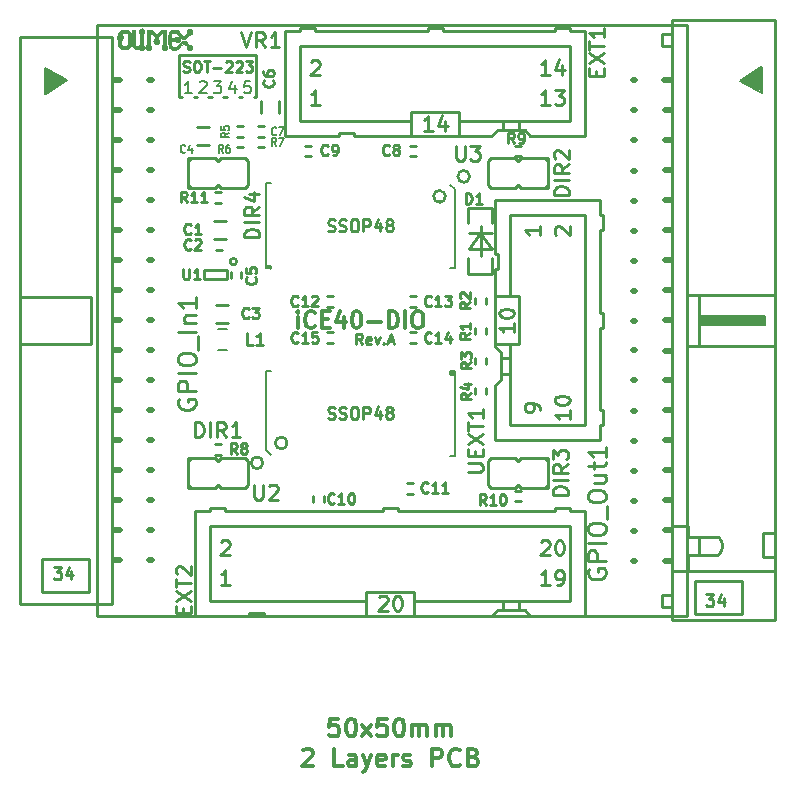
<source format=gbr>
G04 #@! TF.FileFunction,Legend,Top*
%FSLAX46Y46*%
G04 Gerber Fmt 4.6, Leading zero omitted, Abs format (unit mm)*
G04 Created by KiCad (PCBNEW 4.0.1-3.201512221401+6198~38~ubuntu15.10.1-stable) date Fri 08 Apr 2016 11:07:14 AM EEST*
%MOMM*%
G01*
G04 APERTURE LIST*
%ADD10C,0.100000*%
%ADD11C,0.222250*%
%ADD12C,0.349250*%
%ADD13C,0.254000*%
%ADD14C,0.300000*%
%ADD15C,0.200000*%
%ADD16C,0.500000*%
%ADD17C,0.150000*%
%ADD18C,0.127000*%
%ADD19C,0.009000*%
%ADD20C,0.250000*%
%ADD21C,0.158750*%
%ADD22C,0.203200*%
%ADD23C,0.225000*%
G04 APERTURE END LIST*
D10*
D11*
X147462834Y-97002167D02*
X147166500Y-96578833D01*
X146954834Y-97002167D02*
X146954834Y-96113167D01*
X147293500Y-96113167D01*
X147378167Y-96155500D01*
X147420500Y-96197833D01*
X147462834Y-96282500D01*
X147462834Y-96409500D01*
X147420500Y-96494167D01*
X147378167Y-96536500D01*
X147293500Y-96578833D01*
X146954834Y-96578833D01*
X148182500Y-96959833D02*
X148097834Y-97002167D01*
X147928500Y-97002167D01*
X147843834Y-96959833D01*
X147801500Y-96875167D01*
X147801500Y-96536500D01*
X147843834Y-96451833D01*
X147928500Y-96409500D01*
X148097834Y-96409500D01*
X148182500Y-96451833D01*
X148224834Y-96536500D01*
X148224834Y-96621167D01*
X147801500Y-96705833D01*
X148521167Y-96409500D02*
X148732834Y-97002167D01*
X148944500Y-96409500D01*
X149283167Y-96917500D02*
X149325500Y-96959833D01*
X149283167Y-97002167D01*
X149240833Y-96959833D01*
X149283167Y-96917500D01*
X149283167Y-97002167D01*
X149664166Y-96748167D02*
X150087500Y-96748167D01*
X149579500Y-97002167D02*
X149875833Y-96113167D01*
X150172166Y-97002167D01*
D12*
X142011358Y-95631976D02*
X142011358Y-94700643D01*
X142011358Y-94234976D02*
X141944834Y-94301500D01*
X142011358Y-94368024D01*
X142077882Y-94301500D01*
X142011358Y-94234976D01*
X142011358Y-94368024D01*
X143474882Y-95498929D02*
X143408358Y-95565452D01*
X143208787Y-95631976D01*
X143075739Y-95631976D01*
X142876167Y-95565452D01*
X142743120Y-95432405D01*
X142676596Y-95299357D01*
X142610072Y-95033262D01*
X142610072Y-94833690D01*
X142676596Y-94567595D01*
X142743120Y-94434548D01*
X142876167Y-94301500D01*
X143075739Y-94234976D01*
X143208787Y-94234976D01*
X143408358Y-94301500D01*
X143474882Y-94368024D01*
X144073596Y-94900214D02*
X144539263Y-94900214D01*
X144738834Y-95631976D02*
X144073596Y-95631976D01*
X144073596Y-94234976D01*
X144738834Y-94234976D01*
X145936262Y-94700643D02*
X145936262Y-95631976D01*
X145603643Y-94168452D02*
X145271024Y-95166310D01*
X146135834Y-95166310D01*
X146934119Y-94234976D02*
X147067167Y-94234976D01*
X147200215Y-94301500D01*
X147266738Y-94368024D01*
X147333262Y-94501071D01*
X147399786Y-94767167D01*
X147399786Y-95099786D01*
X147333262Y-95365881D01*
X147266738Y-95498929D01*
X147200215Y-95565452D01*
X147067167Y-95631976D01*
X146934119Y-95631976D01*
X146801072Y-95565452D01*
X146734548Y-95498929D01*
X146668024Y-95365881D01*
X146601500Y-95099786D01*
X146601500Y-94767167D01*
X146668024Y-94501071D01*
X146734548Y-94368024D01*
X146801072Y-94301500D01*
X146934119Y-94234976D01*
X147998500Y-95099786D02*
X149062881Y-95099786D01*
X149728119Y-95631976D02*
X149728119Y-94234976D01*
X150060738Y-94234976D01*
X150260310Y-94301500D01*
X150393357Y-94434548D01*
X150459881Y-94567595D01*
X150526405Y-94833690D01*
X150526405Y-95033262D01*
X150459881Y-95299357D01*
X150393357Y-95432405D01*
X150260310Y-95565452D01*
X150060738Y-95631976D01*
X149728119Y-95631976D01*
X151125119Y-95631976D02*
X151125119Y-94234976D01*
X152056452Y-94234976D02*
X152322548Y-94234976D01*
X152455595Y-94301500D01*
X152588643Y-94434548D01*
X152655167Y-94700643D01*
X152655167Y-95166310D01*
X152588643Y-95432405D01*
X152455595Y-95565452D01*
X152322548Y-95631976D01*
X152056452Y-95631976D01*
X151923405Y-95565452D01*
X151790357Y-95432405D01*
X151723833Y-95166310D01*
X151723833Y-94700643D01*
X151790357Y-94434548D01*
X151923405Y-94301500D01*
X152056452Y-94234976D01*
D13*
X139382500Y-90424000D02*
X139700000Y-90424000D01*
X139700000Y-90360500D02*
X139382500Y-90360500D01*
X139700000Y-90551000D02*
X139700000Y-90360500D01*
X154940000Y-99377500D02*
X155194000Y-99377500D01*
X154940000Y-99504500D02*
X155257500Y-99504500D01*
X154940000Y-99314000D02*
X154940000Y-99504500D01*
D14*
X145467144Y-128718571D02*
X144752858Y-128718571D01*
X144681429Y-129432857D01*
X144752858Y-129361429D01*
X144895715Y-129290000D01*
X145252858Y-129290000D01*
X145395715Y-129361429D01*
X145467144Y-129432857D01*
X145538572Y-129575714D01*
X145538572Y-129932857D01*
X145467144Y-130075714D01*
X145395715Y-130147143D01*
X145252858Y-130218571D01*
X144895715Y-130218571D01*
X144752858Y-130147143D01*
X144681429Y-130075714D01*
X146467143Y-128718571D02*
X146610000Y-128718571D01*
X146752857Y-128790000D01*
X146824286Y-128861429D01*
X146895715Y-129004286D01*
X146967143Y-129290000D01*
X146967143Y-129647143D01*
X146895715Y-129932857D01*
X146824286Y-130075714D01*
X146752857Y-130147143D01*
X146610000Y-130218571D01*
X146467143Y-130218571D01*
X146324286Y-130147143D01*
X146252857Y-130075714D01*
X146181429Y-129932857D01*
X146110000Y-129647143D01*
X146110000Y-129290000D01*
X146181429Y-129004286D01*
X146252857Y-128861429D01*
X146324286Y-128790000D01*
X146467143Y-128718571D01*
X147467143Y-130218571D02*
X148252857Y-129218571D01*
X147467143Y-129218571D02*
X148252857Y-130218571D01*
X149538572Y-128718571D02*
X148824286Y-128718571D01*
X148752857Y-129432857D01*
X148824286Y-129361429D01*
X148967143Y-129290000D01*
X149324286Y-129290000D01*
X149467143Y-129361429D01*
X149538572Y-129432857D01*
X149610000Y-129575714D01*
X149610000Y-129932857D01*
X149538572Y-130075714D01*
X149467143Y-130147143D01*
X149324286Y-130218571D01*
X148967143Y-130218571D01*
X148824286Y-130147143D01*
X148752857Y-130075714D01*
X150538571Y-128718571D02*
X150681428Y-128718571D01*
X150824285Y-128790000D01*
X150895714Y-128861429D01*
X150967143Y-129004286D01*
X151038571Y-129290000D01*
X151038571Y-129647143D01*
X150967143Y-129932857D01*
X150895714Y-130075714D01*
X150824285Y-130147143D01*
X150681428Y-130218571D01*
X150538571Y-130218571D01*
X150395714Y-130147143D01*
X150324285Y-130075714D01*
X150252857Y-129932857D01*
X150181428Y-129647143D01*
X150181428Y-129290000D01*
X150252857Y-129004286D01*
X150324285Y-128861429D01*
X150395714Y-128790000D01*
X150538571Y-128718571D01*
X151681428Y-130218571D02*
X151681428Y-129218571D01*
X151681428Y-129361429D02*
X151752856Y-129290000D01*
X151895714Y-129218571D01*
X152109999Y-129218571D01*
X152252856Y-129290000D01*
X152324285Y-129432857D01*
X152324285Y-130218571D01*
X152324285Y-129432857D02*
X152395714Y-129290000D01*
X152538571Y-129218571D01*
X152752856Y-129218571D01*
X152895714Y-129290000D01*
X152967142Y-129432857D01*
X152967142Y-130218571D01*
X153681428Y-130218571D02*
X153681428Y-129218571D01*
X153681428Y-129361429D02*
X153752856Y-129290000D01*
X153895714Y-129218571D01*
X154109999Y-129218571D01*
X154252856Y-129290000D01*
X154324285Y-129432857D01*
X154324285Y-130218571D01*
X154324285Y-129432857D02*
X154395714Y-129290000D01*
X154538571Y-129218571D01*
X154752856Y-129218571D01*
X154895714Y-129290000D01*
X154967142Y-129432857D01*
X154967142Y-130218571D01*
X142467143Y-131401429D02*
X142538572Y-131330000D01*
X142681429Y-131258571D01*
X143038572Y-131258571D01*
X143181429Y-131330000D01*
X143252858Y-131401429D01*
X143324286Y-131544286D01*
X143324286Y-131687143D01*
X143252858Y-131901429D01*
X142395715Y-132758571D01*
X143324286Y-132758571D01*
X145824286Y-132758571D02*
X145110000Y-132758571D01*
X145110000Y-131258571D01*
X146967143Y-132758571D02*
X146967143Y-131972857D01*
X146895714Y-131830000D01*
X146752857Y-131758571D01*
X146467143Y-131758571D01*
X146324286Y-131830000D01*
X146967143Y-132687143D02*
X146824286Y-132758571D01*
X146467143Y-132758571D01*
X146324286Y-132687143D01*
X146252857Y-132544286D01*
X146252857Y-132401429D01*
X146324286Y-132258571D01*
X146467143Y-132187143D01*
X146824286Y-132187143D01*
X146967143Y-132115714D01*
X147538572Y-131758571D02*
X147895715Y-132758571D01*
X148252857Y-131758571D02*
X147895715Y-132758571D01*
X147752857Y-133115714D01*
X147681429Y-133187143D01*
X147538572Y-133258571D01*
X149395714Y-132687143D02*
X149252857Y-132758571D01*
X148967143Y-132758571D01*
X148824286Y-132687143D01*
X148752857Y-132544286D01*
X148752857Y-131972857D01*
X148824286Y-131830000D01*
X148967143Y-131758571D01*
X149252857Y-131758571D01*
X149395714Y-131830000D01*
X149467143Y-131972857D01*
X149467143Y-132115714D01*
X148752857Y-132258571D01*
X150110000Y-132758571D02*
X150110000Y-131758571D01*
X150110000Y-132044286D02*
X150181428Y-131901429D01*
X150252857Y-131830000D01*
X150395714Y-131758571D01*
X150538571Y-131758571D01*
X150967142Y-132687143D02*
X151109999Y-132758571D01*
X151395714Y-132758571D01*
X151538571Y-132687143D01*
X151609999Y-132544286D01*
X151609999Y-132472857D01*
X151538571Y-132330000D01*
X151395714Y-132258571D01*
X151181428Y-132258571D01*
X151038571Y-132187143D01*
X150967142Y-132044286D01*
X150967142Y-131972857D01*
X151038571Y-131830000D01*
X151181428Y-131758571D01*
X151395714Y-131758571D01*
X151538571Y-131830000D01*
X153395714Y-132758571D02*
X153395714Y-131258571D01*
X153967142Y-131258571D01*
X154110000Y-131330000D01*
X154181428Y-131401429D01*
X154252857Y-131544286D01*
X154252857Y-131758571D01*
X154181428Y-131901429D01*
X154110000Y-131972857D01*
X153967142Y-132044286D01*
X153395714Y-132044286D01*
X155752857Y-132615714D02*
X155681428Y-132687143D01*
X155467142Y-132758571D01*
X155324285Y-132758571D01*
X155110000Y-132687143D01*
X154967142Y-132544286D01*
X154895714Y-132401429D01*
X154824285Y-132115714D01*
X154824285Y-131901429D01*
X154895714Y-131615714D01*
X154967142Y-131472857D01*
X155110000Y-131330000D01*
X155324285Y-131258571D01*
X155467142Y-131258571D01*
X155681428Y-131330000D01*
X155752857Y-131401429D01*
X156895714Y-131972857D02*
X157110000Y-132044286D01*
X157181428Y-132115714D01*
X157252857Y-132258571D01*
X157252857Y-132472857D01*
X157181428Y-132615714D01*
X157110000Y-132687143D01*
X156967142Y-132758571D01*
X156395714Y-132758571D01*
X156395714Y-131258571D01*
X156895714Y-131258571D01*
X157038571Y-131330000D01*
X157110000Y-131401429D01*
X157181428Y-131544286D01*
X157181428Y-131687143D01*
X157110000Y-131830000D01*
X157038571Y-131901429D01*
X156895714Y-131972857D01*
X156395714Y-131972857D01*
D13*
X125000000Y-120000000D02*
X125000000Y-70000000D01*
X175000000Y-120000000D02*
X125000000Y-120000000D01*
X175000000Y-70000000D02*
X175000000Y-120000000D01*
X125000000Y-70000000D02*
X175000000Y-70000000D01*
X165100000Y-110871000D02*
X165100000Y-111125000D01*
X163830000Y-110871000D02*
X163830000Y-111125000D01*
X150495000Y-110871000D02*
X150495000Y-111125000D01*
X149225000Y-110871000D02*
X149225000Y-111125000D01*
X135890000Y-110871000D02*
X135890000Y-111125000D01*
X137922000Y-119761000D02*
X137922000Y-120015000D01*
X160782000Y-118745000D02*
X160782000Y-119405400D01*
X159385000Y-118757700D02*
X159385000Y-119405400D01*
X166370000Y-111125000D02*
X166370000Y-120015000D01*
X133350000Y-120015000D02*
X137922000Y-120015000D01*
X151892000Y-118745000D02*
X165100000Y-118745000D01*
X165100000Y-112395000D02*
X165100000Y-118745000D01*
X134620000Y-112395000D02*
X134620000Y-118745000D01*
X133350000Y-111125000D02*
X133350000Y-120015000D01*
X133350000Y-111125000D02*
X134620000Y-111125000D01*
X134620000Y-112395000D02*
X165100000Y-112395000D01*
X139192000Y-120015000D02*
X158369000Y-120015000D01*
X147828000Y-118745000D02*
X134620000Y-118745000D01*
X166370000Y-111125000D02*
X165100000Y-111125000D01*
X165100000Y-110871000D02*
X163830000Y-110871000D01*
X163830000Y-111125000D02*
X150495000Y-111125000D01*
X150495000Y-110871000D02*
X149225000Y-110871000D01*
X149225000Y-111125000D02*
X135890000Y-111125000D01*
X135890000Y-110871000D02*
X134620000Y-110871000D01*
X134620000Y-110871000D02*
X134620000Y-111125000D01*
X161671000Y-120015000D02*
X166370000Y-120015000D01*
X151892000Y-117983000D02*
X151892000Y-120015000D01*
X158369000Y-120015000D02*
X159004000Y-119507000D01*
X159004000Y-119507000D02*
X161290000Y-119507000D01*
X161290000Y-119507000D02*
X161671000Y-120015000D01*
X147828000Y-120015000D02*
X147828000Y-117983000D01*
X147828000Y-117983000D02*
X151892000Y-117983000D01*
X137922000Y-119761000D02*
X139192000Y-119761000D01*
X139192000Y-119761000D02*
X139192000Y-120015000D01*
D15*
X154920000Y-99270000D02*
X155320000Y-99270000D01*
X155320000Y-99270000D02*
X155320000Y-106470000D01*
X155320000Y-106470000D02*
X154920000Y-106470000D01*
X139720000Y-99270000D02*
X139320000Y-99270000D01*
X139320000Y-99270000D02*
X139320000Y-105970000D01*
X139320000Y-105970000D02*
X139720000Y-106370000D01*
D13*
X139071600Y-107056800D02*
G75*
G03X139071600Y-107056800I-500000J0D01*
G01*
X141120000Y-105370000D02*
G75*
G03X141120000Y-105370000I-500000J0D01*
G01*
X134937500Y-88074500D02*
X135953500Y-88074500D01*
X134937500Y-86550500D02*
X135953500Y-86550500D01*
X144780000Y-93853000D02*
X145034000Y-93853000D01*
X144780000Y-93853000D02*
X144526000Y-93853000D01*
X144780000Y-92964000D02*
X144526000Y-92964000D01*
X144780000Y-92964000D02*
X145034000Y-92964000D01*
X151765000Y-93853000D02*
X152019000Y-93853000D01*
X151765000Y-93853000D02*
X151511000Y-93853000D01*
X151765000Y-92964000D02*
X151511000Y-92964000D01*
X151765000Y-92964000D02*
X152019000Y-92964000D01*
X144780000Y-96901000D02*
X145034000Y-96901000D01*
X144780000Y-96901000D02*
X144526000Y-96901000D01*
X144780000Y-96012000D02*
X144526000Y-96012000D01*
X144780000Y-96012000D02*
X145034000Y-96012000D01*
X157035500Y-95885000D02*
X157035500Y-96139000D01*
X157035500Y-95885000D02*
X157035500Y-95631000D01*
X157924500Y-95885000D02*
X157924500Y-95631000D01*
X157924500Y-95885000D02*
X157924500Y-96139000D01*
X157035500Y-93345000D02*
X157035500Y-93599000D01*
X157035500Y-93345000D02*
X157035500Y-93091000D01*
X157924500Y-93345000D02*
X157924500Y-93091000D01*
X157924500Y-93345000D02*
X157924500Y-93599000D01*
X157035500Y-98425000D02*
X157035500Y-98679000D01*
X157035500Y-98425000D02*
X157035500Y-98171000D01*
X157924500Y-98425000D02*
X157924500Y-98171000D01*
X157924500Y-98425000D02*
X157924500Y-98679000D01*
X157035500Y-100965000D02*
X157035500Y-101219000D01*
X157035500Y-100965000D02*
X157035500Y-100711000D01*
X157924500Y-100965000D02*
X157924500Y-100711000D01*
X157924500Y-100965000D02*
X157924500Y-101219000D01*
X137160000Y-78549500D02*
X136906000Y-78549500D01*
X137160000Y-78549500D02*
X137414000Y-78549500D01*
X137160000Y-79438500D02*
X137414000Y-79438500D01*
X137160000Y-79438500D02*
X136906000Y-79438500D01*
X137160000Y-79438500D02*
X136906000Y-79438500D01*
X137160000Y-79438500D02*
X137414000Y-79438500D01*
X137160000Y-80327500D02*
X137414000Y-80327500D01*
X137160000Y-80327500D02*
X136906000Y-80327500D01*
X138938000Y-79438500D02*
X138684000Y-79438500D01*
X138938000Y-79438500D02*
X139192000Y-79438500D01*
X138938000Y-80327500D02*
X139192000Y-80327500D01*
X138938000Y-80327500D02*
X138684000Y-80327500D01*
X135255000Y-105473500D02*
X135001000Y-105473500D01*
X135255000Y-105473500D02*
X135509000Y-105473500D01*
X135255000Y-106362500D02*
X135509000Y-106362500D01*
X135255000Y-106362500D02*
X135001000Y-106362500D01*
X160655000Y-81089500D02*
X160909000Y-81089500D01*
X160655000Y-81089500D02*
X160401000Y-81089500D01*
X160655000Y-80200500D02*
X160401000Y-80200500D01*
X160655000Y-80200500D02*
X160909000Y-80200500D01*
X160655000Y-110299500D02*
X160909000Y-110299500D01*
X160655000Y-110299500D02*
X160401000Y-110299500D01*
X160655000Y-109410500D02*
X160401000Y-109410500D01*
X160655000Y-109410500D02*
X160909000Y-109410500D01*
X135255000Y-84137500D02*
X135001000Y-84137500D01*
X135255000Y-84137500D02*
X135509000Y-84137500D01*
X135255000Y-85026500D02*
X135509000Y-85026500D01*
X135255000Y-85026500D02*
X135001000Y-85026500D01*
X135382000Y-88138000D02*
X135128000Y-88138000D01*
X135382000Y-88138000D02*
X135636000Y-88138000D01*
X135382000Y-89027000D02*
X135636000Y-89027000D01*
X135382000Y-89027000D02*
X135128000Y-89027000D01*
X135128000Y-95186500D02*
X136144000Y-95186500D01*
X135128000Y-93662500D02*
X136144000Y-93662500D01*
X134493000Y-78613000D02*
X133477000Y-78613000D01*
X134493000Y-80137000D02*
X133477000Y-80137000D01*
X137223500Y-91186000D02*
X137223500Y-90932000D01*
X137223500Y-91186000D02*
X137223500Y-91440000D01*
X136334500Y-91186000D02*
X136334500Y-91440000D01*
X136334500Y-91186000D02*
X136334500Y-90932000D01*
X138938000Y-79438500D02*
X139192000Y-79438500D01*
X138938000Y-79438500D02*
X138684000Y-79438500D01*
X138938000Y-78549500D02*
X138684000Y-78549500D01*
X138938000Y-78549500D02*
X139192000Y-78549500D01*
X143319500Y-110109000D02*
X143319500Y-110363000D01*
X143319500Y-110109000D02*
X143319500Y-109855000D01*
X144208500Y-110109000D02*
X144208500Y-109855000D01*
X144208500Y-110109000D02*
X144208500Y-110363000D01*
D16*
X129438400Y-105143300D02*
X129641600Y-105143300D01*
X129438400Y-107670600D02*
X129641600Y-107670600D01*
X129438400Y-110236000D02*
X129641600Y-110236000D01*
X129438400Y-112776000D02*
X129641600Y-112776000D01*
X129438400Y-115316000D02*
X129641600Y-115316000D01*
X126453900Y-74663300D02*
X126949200Y-74663300D01*
X126453900Y-92430600D02*
X126949200Y-92430600D01*
X126453900Y-94996000D02*
X126949200Y-94996000D01*
X126453900Y-97536000D02*
X126949200Y-97536000D01*
X126479300Y-115316000D02*
X126974600Y-115316000D01*
D13*
X124373640Y-117993160D02*
X124368560Y-115194080D01*
X124368560Y-115194080D02*
X120362980Y-115189000D01*
X120362980Y-115189000D02*
X120365520Y-117993160D01*
X120365520Y-117993160D02*
X124371100Y-117993160D01*
D17*
X121094500Y-74914760D02*
X120830340Y-75237340D01*
X120777000Y-74201020D02*
X120972580Y-74307700D01*
X122039380Y-74597260D02*
X122336560Y-74658220D01*
X120683020Y-75633580D02*
X122229880Y-74658220D01*
X122229880Y-74658220D02*
X120683020Y-73842880D01*
X120683020Y-73842880D02*
X120675400Y-75504040D01*
X120675400Y-75504040D02*
X122016520Y-74673460D01*
X122016520Y-74673460D02*
X120759220Y-74002900D01*
X120759220Y-74002900D02*
X120774460Y-75374500D01*
X120774460Y-75374500D02*
X121803160Y-74673460D01*
X121803160Y-74673460D02*
X120827800Y-74132440D01*
X120827800Y-74132440D02*
X120881140Y-75161140D01*
X120881140Y-75161140D02*
X121627900Y-74635360D01*
X121627900Y-74635360D02*
X120888760Y-74345800D01*
X120888760Y-74345800D02*
X120972580Y-74932540D01*
X120972580Y-74932540D02*
X121414540Y-74642980D01*
X121414540Y-74642980D02*
X120964960Y-74498200D01*
X120964960Y-74498200D02*
X121010680Y-74780140D01*
X121010680Y-74780140D02*
X121117360Y-74604880D01*
X121117360Y-74604880D02*
X121185940Y-74711560D01*
X121185940Y-74711560D02*
X121193560Y-74703940D01*
X120604280Y-75613260D02*
X120599200Y-75806300D01*
X120599200Y-75648820D02*
X120599200Y-73652380D01*
X120599200Y-73652380D02*
X122488960Y-74658220D01*
X122488960Y-74658220D02*
X120675400Y-75785980D01*
X120675400Y-75785980D02*
X120599200Y-75831700D01*
D13*
X124540000Y-92996000D02*
X118540000Y-92996000D01*
X124540000Y-96996000D02*
X118540000Y-96996000D01*
X124540000Y-92996000D02*
X124540000Y-96996000D01*
X126314200Y-70996000D02*
X118540000Y-70996000D01*
X126314200Y-118996000D02*
X118540000Y-118996000D01*
X118540000Y-118996000D02*
X118540000Y-70996000D01*
X126314200Y-118996000D02*
X126314200Y-70996000D01*
D16*
X126453900Y-100076000D02*
X126949200Y-100076000D01*
X126453900Y-102616000D02*
X126949200Y-102616000D01*
X126453900Y-105156000D02*
X126949200Y-105156000D01*
X126453900Y-107696000D02*
X126949200Y-107696000D01*
X126453900Y-110236000D02*
X126949200Y-110236000D01*
X126453900Y-112776000D02*
X126949200Y-112776000D01*
X129438400Y-102590600D02*
X129641600Y-102590600D01*
X129438400Y-100063300D02*
X129641600Y-100063300D01*
X129438400Y-97510600D02*
X129641600Y-97510600D01*
X129438400Y-94983300D02*
X129641600Y-94983300D01*
X129438400Y-92456000D02*
X129641600Y-92456000D01*
X129438400Y-84823300D02*
X129641600Y-84823300D01*
X129438400Y-77190600D02*
X129641600Y-77190600D01*
X129438400Y-74663300D02*
X129641600Y-74663300D01*
X129438400Y-79743300D02*
X129641600Y-79743300D01*
X129438400Y-82270600D02*
X129641600Y-82270600D01*
X129438400Y-89916000D02*
X129641600Y-89916000D01*
X129438400Y-87350600D02*
X129641600Y-87350600D01*
X126453900Y-89916000D02*
X126949200Y-89916000D01*
X126453900Y-87376000D02*
X126949200Y-87376000D01*
X126453900Y-84836000D02*
X126949200Y-84836000D01*
X126453900Y-82296000D02*
X126949200Y-82296000D01*
X126453900Y-79756000D02*
X126949200Y-79756000D01*
X126453900Y-77216000D02*
X126949200Y-77216000D01*
X170596600Y-84848700D02*
X170393400Y-84848700D01*
X170596600Y-82321400D02*
X170393400Y-82321400D01*
X170596600Y-79756000D02*
X170393400Y-79756000D01*
X170596600Y-77216000D02*
X170393400Y-77216000D01*
X170596600Y-74676000D02*
X170393400Y-74676000D01*
X173581100Y-115328700D02*
X173085800Y-115328700D01*
X173581100Y-97561400D02*
X173085800Y-97561400D01*
X173581100Y-94996000D02*
X173085800Y-94996000D01*
X173581100Y-92456000D02*
X173085800Y-92456000D01*
X173555700Y-74676000D02*
X173060400Y-74676000D01*
D13*
X173568400Y-118237000D02*
X172895300Y-118237000D01*
X172895300Y-118237000D02*
X172895300Y-119240300D01*
X172895300Y-119240300D02*
X173568400Y-119240300D01*
X173555700Y-70751700D02*
X172895300Y-70751700D01*
X172895300Y-70751700D02*
X172895300Y-71755000D01*
X172895300Y-71755000D02*
X173568400Y-71755000D01*
X175661360Y-117083840D02*
X175666440Y-119882920D01*
X175666440Y-119882920D02*
X179672020Y-119888000D01*
X179672020Y-119888000D02*
X179669480Y-117083840D01*
X179669480Y-117083840D02*
X175663900Y-117083840D01*
X181417000Y-113030000D02*
X181417000Y-115062000D01*
X181422080Y-115062000D02*
X182433000Y-115062000D01*
X182433000Y-113030000D02*
X181432240Y-113030000D01*
X177683200Y-114835940D02*
G75*
G03X177683200Y-113372900I-731520J731520D01*
G01*
X176022040Y-114866420D02*
X177596840Y-114866420D01*
X176001720Y-113317020D02*
X177596840Y-113322100D01*
X175087320Y-113311940D02*
X176027120Y-113317020D01*
X176027120Y-113317020D02*
X176027120Y-114876580D01*
X176027120Y-114876580D02*
X175097480Y-114876580D01*
X175100020Y-116230400D02*
X175100020Y-114874040D01*
X175087320Y-112420400D02*
X175087320Y-113311940D01*
D17*
X178910020Y-94884240D02*
X176674820Y-94856300D01*
D13*
X182433000Y-116248180D02*
X173720800Y-116248180D01*
D17*
X176865320Y-94871540D02*
X176090620Y-94858840D01*
X176090620Y-94858840D02*
X176093160Y-95250000D01*
X180845500Y-74437240D02*
X181109660Y-74114660D01*
X181163000Y-75150980D02*
X180967420Y-75044300D01*
X179900620Y-74754740D02*
X179603440Y-74693780D01*
X181256980Y-73718420D02*
X179710120Y-74693780D01*
X179710120Y-74693780D02*
X181256980Y-75509120D01*
X181256980Y-75509120D02*
X181264600Y-73847960D01*
X181264600Y-73847960D02*
X179923480Y-74678540D01*
X179923480Y-74678540D02*
X181180780Y-75349100D01*
X181180780Y-75349100D02*
X181165540Y-73977500D01*
X181165540Y-73977500D02*
X180136840Y-74678540D01*
X180136840Y-74678540D02*
X181112200Y-75219560D01*
X181112200Y-75219560D02*
X181058860Y-74190860D01*
X181058860Y-74190860D02*
X180312100Y-74716640D01*
X180312100Y-74716640D02*
X181051240Y-75006200D01*
X181051240Y-75006200D02*
X180967420Y-74419460D01*
X180967420Y-74419460D02*
X180525460Y-74709020D01*
X180525460Y-74709020D02*
X180975040Y-74853800D01*
X180975040Y-74853800D02*
X180929320Y-74571860D01*
X180929320Y-74571860D02*
X180822640Y-74747120D01*
X180822640Y-74747120D02*
X180754060Y-74640440D01*
X180754060Y-74640440D02*
X180746440Y-74648060D01*
X181335720Y-73738740D02*
X181340800Y-73545700D01*
X181340800Y-73703180D02*
X181340800Y-75699620D01*
X181340800Y-75699620D02*
X179451040Y-74693780D01*
X179451040Y-74693780D02*
X181264600Y-73566020D01*
X181264600Y-73566020D02*
X181340800Y-73520300D01*
X181523680Y-95283020D02*
X176143960Y-95237300D01*
X181508440Y-95161100D02*
X176143960Y-95145860D01*
X181508440Y-95039180D02*
X176113480Y-95023940D01*
X181508440Y-94917260D02*
X176128720Y-94932500D01*
X181554160Y-94780100D02*
X176083000Y-94780100D01*
X175996640Y-94640400D02*
X181554160Y-94640400D01*
X181554160Y-94640400D02*
X181554160Y-95351600D01*
X181554160Y-95351600D02*
X176006800Y-95351600D01*
D13*
X175989020Y-92854780D02*
X175989020Y-97155000D01*
X175087320Y-112420400D02*
X173753820Y-112420400D01*
X174965400Y-97155000D02*
X182433000Y-97155000D01*
X174965400Y-92837000D02*
X182433000Y-92837000D01*
X174962860Y-97155000D02*
X174962860Y-92837000D01*
X173720800Y-120396000D02*
X182433000Y-120396000D01*
X173720800Y-69596000D02*
X182433000Y-69596000D01*
X182433000Y-69596000D02*
X182433000Y-120396000D01*
X173720800Y-69596000D02*
X173720800Y-120396000D01*
D16*
X173581100Y-89916000D02*
X173085800Y-89916000D01*
X173581100Y-87376000D02*
X173085800Y-87376000D01*
X173581100Y-84836000D02*
X173085800Y-84836000D01*
X173581100Y-82296000D02*
X173085800Y-82296000D01*
X173581100Y-79756000D02*
X173085800Y-79756000D01*
X173581100Y-77216000D02*
X173085800Y-77216000D01*
X170596600Y-87401400D02*
X170393400Y-87401400D01*
X170596600Y-89928700D02*
X170393400Y-89928700D01*
X170596600Y-92481400D02*
X170393400Y-92481400D01*
X170596600Y-95008700D02*
X170393400Y-95008700D01*
X170596600Y-97536000D02*
X170393400Y-97536000D01*
X170596600Y-105168700D02*
X170393400Y-105168700D01*
X170596600Y-112801400D02*
X170393400Y-112801400D01*
X170596600Y-115328700D02*
X170393400Y-115328700D01*
X170596600Y-110248700D02*
X170393400Y-110248700D01*
X170596600Y-107721400D02*
X170393400Y-107721400D01*
X170596600Y-100076000D02*
X170393400Y-100076000D01*
X170596600Y-102641400D02*
X170393400Y-102641400D01*
X173581100Y-100076000D02*
X173085800Y-100076000D01*
X173581100Y-102616000D02*
X173085800Y-102616000D01*
X173581100Y-105156000D02*
X173085800Y-105156000D01*
X173581100Y-107696000D02*
X173085800Y-107696000D01*
X173581100Y-110236000D02*
X173085800Y-110236000D01*
X173581100Y-112776000D02*
X173085800Y-112776000D01*
D18*
X136067800Y-95694500D02*
X135229600Y-95694500D01*
X136067800Y-97472500D02*
X135229600Y-97472500D01*
D13*
X140398500Y-77406500D02*
X140398500Y-76390500D01*
X138874500Y-77406500D02*
X138874500Y-76390500D01*
X151765000Y-81089500D02*
X152019000Y-81089500D01*
X151765000Y-81089500D02*
X151511000Y-81089500D01*
X151765000Y-80200500D02*
X151511000Y-80200500D01*
X151765000Y-80200500D02*
X152019000Y-80200500D01*
X142875000Y-80200500D02*
X142621000Y-80200500D01*
X142875000Y-80200500D02*
X143129000Y-80200500D01*
X142875000Y-81089500D02*
X143129000Y-81089500D01*
X142875000Y-81089500D02*
X142621000Y-81089500D01*
X151511000Y-109664500D02*
X151765000Y-109664500D01*
X151511000Y-109664500D02*
X151257000Y-109664500D01*
X151511000Y-108775500D02*
X151257000Y-108775500D01*
X151511000Y-108775500D02*
X151765000Y-108775500D01*
X151765000Y-96901000D02*
X152019000Y-96901000D01*
X151765000Y-96901000D02*
X151511000Y-96901000D01*
X151765000Y-96012000D02*
X151511000Y-96012000D01*
X151765000Y-96012000D02*
X152019000Y-96012000D01*
X158483300Y-91097100D02*
X156464000Y-91097100D01*
X156464000Y-91097100D02*
X156464000Y-89725500D01*
X158483300Y-91097100D02*
X158483300Y-89725500D01*
X158470600Y-85445600D02*
X156476700Y-85445600D01*
X156464000Y-85471000D02*
X156464000Y-86766400D01*
X158470600Y-85458300D02*
X158470600Y-86753700D01*
X157492700Y-89509600D02*
X157492700Y-87033100D01*
X156540200Y-88925400D02*
X157454600Y-87553800D01*
X157454600Y-87553800D02*
X158445200Y-88925400D01*
X156540200Y-87553800D02*
X158445200Y-87553800D01*
X156540200Y-88925400D02*
X158445200Y-88925400D01*
X132715000Y-106680000D02*
X132969000Y-106680000D01*
X132969000Y-106680000D02*
X135001000Y-106680000D01*
X135001000Y-106680000D02*
X135255000Y-106934000D01*
X135255000Y-106934000D02*
X135509000Y-106680000D01*
X135509000Y-106680000D02*
X137541000Y-106680000D01*
X137541000Y-106680000D02*
X137795000Y-106934000D01*
X137795000Y-106934000D02*
X137795000Y-108966000D01*
X132715000Y-106934000D02*
X132969000Y-106680000D01*
X132969000Y-109220000D02*
X132715000Y-108966000D01*
X133223000Y-109220000D02*
X132715000Y-109220000D01*
X137541000Y-109220000D02*
X135509000Y-109220000D01*
X135509000Y-109220000D02*
X135255000Y-108966000D01*
X135255000Y-108966000D02*
X135001000Y-109220000D01*
X135001000Y-109220000D02*
X133223000Y-109220000D01*
X137541000Y-109220000D02*
X137795000Y-108966000D01*
X132715000Y-106680000D02*
X132715000Y-109220000D01*
X163195000Y-83820000D02*
X162941000Y-83820000D01*
X162941000Y-83820000D02*
X160909000Y-83820000D01*
X160909000Y-83820000D02*
X160655000Y-83566000D01*
X160655000Y-83566000D02*
X160401000Y-83820000D01*
X160401000Y-83820000D02*
X158369000Y-83820000D01*
X158369000Y-83820000D02*
X158115000Y-83566000D01*
X158115000Y-83566000D02*
X158115000Y-81534000D01*
X163195000Y-83566000D02*
X162941000Y-83820000D01*
X162941000Y-81280000D02*
X163195000Y-81534000D01*
X162687000Y-81280000D02*
X163195000Y-81280000D01*
X158369000Y-81280000D02*
X160401000Y-81280000D01*
X160401000Y-81280000D02*
X160655000Y-81534000D01*
X160655000Y-81534000D02*
X160909000Y-81280000D01*
X160909000Y-81280000D02*
X162687000Y-81280000D01*
X158369000Y-81280000D02*
X158115000Y-81534000D01*
X163195000Y-83820000D02*
X163195000Y-81280000D01*
X163195000Y-109220000D02*
X162941000Y-109220000D01*
X162941000Y-109220000D02*
X160909000Y-109220000D01*
X160909000Y-109220000D02*
X160655000Y-108966000D01*
X160655000Y-108966000D02*
X160401000Y-109220000D01*
X160401000Y-109220000D02*
X158369000Y-109220000D01*
X158369000Y-109220000D02*
X158115000Y-108966000D01*
X158115000Y-108966000D02*
X158115000Y-106934000D01*
X163195000Y-108966000D02*
X162941000Y-109220000D01*
X162941000Y-106680000D02*
X163195000Y-106934000D01*
X162687000Y-106680000D02*
X163195000Y-106680000D01*
X158369000Y-106680000D02*
X160401000Y-106680000D01*
X160401000Y-106680000D02*
X160655000Y-106934000D01*
X160655000Y-106934000D02*
X160909000Y-106680000D01*
X160909000Y-106680000D02*
X162687000Y-106680000D01*
X158369000Y-106680000D02*
X158115000Y-106934000D01*
X163195000Y-109220000D02*
X163195000Y-106680000D01*
X132715000Y-81280000D02*
X132969000Y-81280000D01*
X132969000Y-81280000D02*
X135001000Y-81280000D01*
X135001000Y-81280000D02*
X135255000Y-81534000D01*
X135255000Y-81534000D02*
X135509000Y-81280000D01*
X135509000Y-81280000D02*
X137541000Y-81280000D01*
X137541000Y-81280000D02*
X137795000Y-81534000D01*
X137795000Y-81534000D02*
X137795000Y-83566000D01*
X132715000Y-81534000D02*
X132969000Y-81280000D01*
X132969000Y-83820000D02*
X132715000Y-83566000D01*
X133223000Y-83820000D02*
X132715000Y-83820000D01*
X137541000Y-83820000D02*
X135509000Y-83820000D01*
X135509000Y-83820000D02*
X135255000Y-83566000D01*
X135255000Y-83566000D02*
X135001000Y-83820000D01*
X135001000Y-83820000D02*
X133223000Y-83820000D01*
X137541000Y-83820000D02*
X137795000Y-83566000D01*
X132715000Y-81280000D02*
X132715000Y-83820000D01*
X165100000Y-70231000D02*
X165100000Y-70485000D01*
X163830000Y-70231000D02*
X163830000Y-70485000D01*
X154305000Y-70231000D02*
X154305000Y-70485000D01*
X153035000Y-70231000D02*
X153035000Y-70485000D01*
X143510000Y-70231000D02*
X143510000Y-70485000D01*
X145542000Y-79121000D02*
X145542000Y-79375000D01*
X160782000Y-78105000D02*
X160782000Y-78765400D01*
X159385000Y-78117700D02*
X159385000Y-78765400D01*
X166370000Y-70485000D02*
X166370000Y-79375000D01*
X140970000Y-79375000D02*
X145542000Y-79375000D01*
X155702000Y-78105000D02*
X165100000Y-78105000D01*
X165100000Y-71755000D02*
X165100000Y-78105000D01*
X142240000Y-71755000D02*
X142240000Y-78105000D01*
X140970000Y-70485000D02*
X140970000Y-79375000D01*
X140970000Y-70485000D02*
X142240000Y-70485000D01*
X142240000Y-71755000D02*
X165100000Y-71755000D01*
X146812000Y-79375000D02*
X158369000Y-79375000D01*
X151638000Y-78105000D02*
X142240000Y-78105000D01*
X166370000Y-70485000D02*
X165100000Y-70485000D01*
X165100000Y-70231000D02*
X163830000Y-70231000D01*
X163830000Y-70485000D02*
X154305000Y-70485000D01*
X154305000Y-70231000D02*
X153035000Y-70231000D01*
X153035000Y-70485000D02*
X143510000Y-70485000D01*
X143510000Y-70231000D02*
X142240000Y-70231000D01*
X142240000Y-70231000D02*
X142240000Y-70485000D01*
X161671000Y-79375000D02*
X166370000Y-79375000D01*
X155702000Y-77343000D02*
X155702000Y-79375000D01*
X158369000Y-79375000D02*
X159004000Y-78867000D01*
X159004000Y-78867000D02*
X161290000Y-78867000D01*
X161290000Y-78867000D02*
X161671000Y-79375000D01*
X151638000Y-79375000D02*
X151638000Y-77343000D01*
X151638000Y-77343000D02*
X155702000Y-77343000D01*
X145542000Y-79121000D02*
X146812000Y-79121000D01*
X146812000Y-79121000D02*
X146812000Y-79375000D01*
X134064500Y-91522500D02*
X136064500Y-91522500D01*
X136064500Y-91522500D02*
X136064500Y-90722500D01*
X136064500Y-90722500D02*
X134064500Y-90722500D01*
X134064500Y-90722500D02*
X134064500Y-91522500D01*
X136847343Y-90022500D02*
G75*
G03X136847343Y-90022500I-282843J0D01*
G01*
D15*
X139720000Y-90595000D02*
X139320000Y-90595000D01*
X139320000Y-90595000D02*
X139320000Y-83395000D01*
X139320000Y-83395000D02*
X139720000Y-83395000D01*
X154920000Y-90595000D02*
X155320000Y-90595000D01*
X155320000Y-90595000D02*
X155320000Y-83895000D01*
X155320000Y-83895000D02*
X154920000Y-83495000D01*
D13*
X156568400Y-82808200D02*
G75*
G03X156568400Y-82808200I-500000J0D01*
G01*
X154520000Y-84495000D02*
G75*
G03X154520000Y-84495000I-500000J0D01*
G01*
X167894000Y-103886000D02*
X167640000Y-103886000D01*
X167894000Y-102616000D02*
X167640000Y-102616000D01*
X167894000Y-95631000D02*
X167640000Y-95631000D01*
X167894000Y-94361000D02*
X167640000Y-94361000D01*
X167894000Y-87376000D02*
X167640000Y-87376000D01*
X159004000Y-89408000D02*
X158750000Y-89408000D01*
X160020000Y-99568000D02*
X159359600Y-99568000D01*
X160007300Y-98171000D02*
X159359600Y-98171000D01*
X167640000Y-105156000D02*
X158750000Y-105156000D01*
X158750000Y-84836000D02*
X158750000Y-89408000D01*
X160020000Y-97028000D02*
X160020000Y-103886000D01*
X166370000Y-103886000D02*
X160020000Y-103886000D01*
X166370000Y-86106000D02*
X160020000Y-86106000D01*
X167640000Y-84836000D02*
X158750000Y-84836000D01*
X167640000Y-84836000D02*
X167640000Y-86106000D01*
X166370000Y-86106000D02*
X166370000Y-103886000D01*
X158750000Y-90678000D02*
X158750000Y-97155000D01*
X160020000Y-92964000D02*
X160020000Y-86106000D01*
X167640000Y-105156000D02*
X167640000Y-103886000D01*
X167894000Y-103886000D02*
X167894000Y-102616000D01*
X167640000Y-102616000D02*
X167640000Y-95631000D01*
X167894000Y-95631000D02*
X167894000Y-94361000D01*
X167640000Y-94361000D02*
X167640000Y-87376000D01*
X167894000Y-87376000D02*
X167894000Y-86106000D01*
X167894000Y-86106000D02*
X167640000Y-86106000D01*
X158750000Y-100457000D02*
X158750000Y-105156000D01*
X160782000Y-97028000D02*
X158750000Y-97028000D01*
X158750000Y-97155000D02*
X159258000Y-97790000D01*
X159258000Y-97790000D02*
X159258000Y-100076000D01*
X159258000Y-100076000D02*
X158750000Y-100457000D01*
X158750000Y-92964000D02*
X160782000Y-92964000D01*
X160782000Y-92964000D02*
X160782000Y-97028000D01*
X159004000Y-89408000D02*
X159004000Y-90678000D01*
X159004000Y-90678000D02*
X158750000Y-90678000D01*
X138505000Y-76045000D02*
X138505000Y-72545000D01*
X138505000Y-72545000D02*
X135255000Y-72545000D01*
X135255000Y-72545000D02*
X132005000Y-72545000D01*
X132005000Y-72545000D02*
X132005000Y-76045000D01*
X132005000Y-76045000D02*
X132232400Y-76045000D01*
X133205220Y-76045000D02*
X133507480Y-76045000D01*
X134457440Y-76045000D02*
X134780020Y-76045000D01*
X135729980Y-76045000D02*
X136052560Y-76045000D01*
X137002520Y-76045000D02*
X137304780Y-76045000D01*
X138277600Y-76045000D02*
X138505000Y-76045000D01*
D19*
G36*
X129020842Y-71872094D02*
X129018654Y-71920273D01*
X129008694Y-71963558D01*
X129002745Y-71977742D01*
X128979207Y-72014381D01*
X128946461Y-72050932D01*
X128909560Y-72082350D01*
X128879422Y-72100900D01*
X128856060Y-72108740D01*
X128856060Y-71881990D01*
X128852993Y-71847795D01*
X128842425Y-71825738D01*
X128822302Y-71813723D01*
X128790571Y-71809655D01*
X128785126Y-71809600D01*
X128759471Y-71811375D01*
X128738642Y-71815908D01*
X128731368Y-71819329D01*
X128718147Y-71837325D01*
X128711167Y-71863871D01*
X128710437Y-71893647D01*
X128715968Y-71921330D01*
X128727768Y-71941597D01*
X128731138Y-71944483D01*
X128751243Y-71952266D01*
X128778749Y-71954816D01*
X128807520Y-71952429D01*
X128831420Y-71945406D01*
X128840820Y-71939140D01*
X128850675Y-71924456D01*
X128855275Y-71902999D01*
X128856060Y-71881990D01*
X128856060Y-72108740D01*
X128843446Y-72112973D01*
X128800351Y-72119359D01*
X128756433Y-72119700D01*
X128717990Y-72113637D01*
X128708730Y-72110617D01*
X128677232Y-72095013D01*
X128644103Y-72072825D01*
X128614560Y-72047987D01*
X128593817Y-72024432D01*
X128593170Y-72023459D01*
X128577930Y-72000144D01*
X128415760Y-72000122D01*
X128356492Y-71999844D01*
X128310586Y-71998956D01*
X128276176Y-71997349D01*
X128251391Y-71994914D01*
X128234363Y-71991544D01*
X128227445Y-71989176D01*
X128212116Y-71979540D01*
X128188862Y-71960971D01*
X128159949Y-71935670D01*
X128127643Y-71905840D01*
X128094208Y-71873686D01*
X128061910Y-71841409D01*
X128033015Y-71811213D01*
X128009788Y-71785300D01*
X127994495Y-71765874D01*
X127990136Y-71758410D01*
X127988273Y-71751664D01*
X127986637Y-71740195D01*
X127985213Y-71723117D01*
X127983988Y-71699543D01*
X127982951Y-71668586D01*
X127982086Y-71629358D01*
X127981381Y-71580974D01*
X127980822Y-71522546D01*
X127980397Y-71453186D01*
X127980091Y-71372009D01*
X127979892Y-71278128D01*
X127979787Y-71170654D01*
X127979760Y-71066895D01*
X127979760Y-70399900D01*
X128097870Y-70399900D01*
X128215980Y-70399900D01*
X128215980Y-71030659D01*
X128215980Y-71661419D01*
X128267606Y-71712649D01*
X128319232Y-71763880D01*
X128448581Y-71763858D01*
X128577930Y-71763836D01*
X128593170Y-71740521D01*
X128612566Y-71718018D01*
X128640957Y-71693525D01*
X128673281Y-71670942D01*
X128704477Y-71654166D01*
X128706403Y-71653345D01*
X128745253Y-71643490D01*
X128790671Y-71641731D01*
X128836507Y-71647766D01*
X128876611Y-71661292D01*
X128877583Y-71661771D01*
X128922011Y-71690317D01*
X128962501Y-71728143D01*
X128994246Y-71770504D01*
X129001992Y-71784683D01*
X129015280Y-71824928D01*
X129020842Y-71872094D01*
X129020842Y-71872094D01*
X129020842Y-71872094D01*
G37*
X129020842Y-71872094D02*
X129018654Y-71920273D01*
X129008694Y-71963558D01*
X129002745Y-71977742D01*
X128979207Y-72014381D01*
X128946461Y-72050932D01*
X128909560Y-72082350D01*
X128879422Y-72100900D01*
X128856060Y-72108740D01*
X128856060Y-71881990D01*
X128852993Y-71847795D01*
X128842425Y-71825738D01*
X128822302Y-71813723D01*
X128790571Y-71809655D01*
X128785126Y-71809600D01*
X128759471Y-71811375D01*
X128738642Y-71815908D01*
X128731368Y-71819329D01*
X128718147Y-71837325D01*
X128711167Y-71863871D01*
X128710437Y-71893647D01*
X128715968Y-71921330D01*
X128727768Y-71941597D01*
X128731138Y-71944483D01*
X128751243Y-71952266D01*
X128778749Y-71954816D01*
X128807520Y-71952429D01*
X128831420Y-71945406D01*
X128840820Y-71939140D01*
X128850675Y-71924456D01*
X128855275Y-71902999D01*
X128856060Y-71881990D01*
X128856060Y-72108740D01*
X128843446Y-72112973D01*
X128800351Y-72119359D01*
X128756433Y-72119700D01*
X128717990Y-72113637D01*
X128708730Y-72110617D01*
X128677232Y-72095013D01*
X128644103Y-72072825D01*
X128614560Y-72047987D01*
X128593817Y-72024432D01*
X128593170Y-72023459D01*
X128577930Y-72000144D01*
X128415760Y-72000122D01*
X128356492Y-71999844D01*
X128310586Y-71998956D01*
X128276176Y-71997349D01*
X128251391Y-71994914D01*
X128234363Y-71991544D01*
X128227445Y-71989176D01*
X128212116Y-71979540D01*
X128188862Y-71960971D01*
X128159949Y-71935670D01*
X128127643Y-71905840D01*
X128094208Y-71873686D01*
X128061910Y-71841409D01*
X128033015Y-71811213D01*
X128009788Y-71785300D01*
X127994495Y-71765874D01*
X127990136Y-71758410D01*
X127988273Y-71751664D01*
X127986637Y-71740195D01*
X127985213Y-71723117D01*
X127983988Y-71699543D01*
X127982951Y-71668586D01*
X127982086Y-71629358D01*
X127981381Y-71580974D01*
X127980822Y-71522546D01*
X127980397Y-71453186D01*
X127980091Y-71372009D01*
X127979892Y-71278128D01*
X127979787Y-71170654D01*
X127979760Y-71066895D01*
X127979760Y-70399900D01*
X128097870Y-70399900D01*
X128215980Y-70399900D01*
X128215980Y-71030659D01*
X128215980Y-71661419D01*
X128267606Y-71712649D01*
X128319232Y-71763880D01*
X128448581Y-71763858D01*
X128577930Y-71763836D01*
X128593170Y-71740521D01*
X128612566Y-71718018D01*
X128640957Y-71693525D01*
X128673281Y-71670942D01*
X128704477Y-71654166D01*
X128706403Y-71653345D01*
X128745253Y-71643490D01*
X128790671Y-71641731D01*
X128836507Y-71647766D01*
X128876611Y-71661292D01*
X128877583Y-71661771D01*
X128922011Y-71690317D01*
X128962501Y-71728143D01*
X128994246Y-71770504D01*
X129001992Y-71784683D01*
X129015280Y-71824928D01*
X129020842Y-71872094D01*
X129020842Y-71872094D01*
G36*
X130965057Y-71857021D02*
X130964454Y-71905796D01*
X130955170Y-71952946D01*
X130945576Y-71977742D01*
X130922415Y-72014127D01*
X130889912Y-72050594D01*
X130853084Y-72082112D01*
X130822522Y-72101065D01*
X130799160Y-72108681D01*
X130799160Y-71881990D01*
X130796093Y-71847795D01*
X130785525Y-71825738D01*
X130765402Y-71813723D01*
X130733671Y-71809655D01*
X130728226Y-71809600D01*
X130702571Y-71811375D01*
X130681742Y-71815908D01*
X130674468Y-71819329D01*
X130661247Y-71837325D01*
X130654267Y-71863871D01*
X130653537Y-71893647D01*
X130659068Y-71921330D01*
X130670868Y-71941597D01*
X130674238Y-71944483D01*
X130694343Y-71952266D01*
X130721849Y-71954816D01*
X130750620Y-71952429D01*
X130774520Y-71945406D01*
X130783920Y-71939140D01*
X130793775Y-71924456D01*
X130798375Y-71902999D01*
X130799160Y-71881990D01*
X130799160Y-72108681D01*
X130782719Y-72114041D01*
X130735735Y-72119235D01*
X130687475Y-72116672D01*
X130643850Y-72106373D01*
X130629463Y-72100312D01*
X130586301Y-72072247D01*
X130546304Y-72033753D01*
X130514119Y-71989570D01*
X130505835Y-71974204D01*
X130491288Y-71931365D01*
X130485474Y-71883759D01*
X130488683Y-71837372D01*
X130497649Y-71805862D01*
X130514220Y-71774163D01*
X130536769Y-71741285D01*
X130561444Y-71712253D01*
X130584396Y-71692092D01*
X130585301Y-71691490D01*
X130608616Y-71676250D01*
X130608638Y-71156185D01*
X130608660Y-70636120D01*
X130576219Y-70636120D01*
X130567486Y-70636327D01*
X130559286Y-70637644D01*
X130550402Y-70641112D01*
X130539618Y-70647775D01*
X130525714Y-70658673D01*
X130507476Y-70674850D01*
X130483683Y-70697347D01*
X130453121Y-70727208D01*
X130414571Y-70765473D01*
X130366816Y-70813186D01*
X130351429Y-70828580D01*
X130159080Y-71021040D01*
X130159102Y-71093375D01*
X130159267Y-71126999D01*
X130160354Y-71148842D01*
X130163283Y-71162361D01*
X130168977Y-71171015D01*
X130178356Y-71178263D01*
X130182439Y-71180950D01*
X130207862Y-71203062D01*
X130233698Y-71234597D01*
X130256162Y-71270331D01*
X130270732Y-71302820D01*
X130279257Y-71346481D01*
X130278654Y-71395256D01*
X130269370Y-71442406D01*
X130259776Y-71467202D01*
X130236615Y-71503587D01*
X130204112Y-71540053D01*
X130167284Y-71571572D01*
X130136722Y-71590524D01*
X130113360Y-71598141D01*
X130113360Y-71371450D01*
X130110293Y-71337255D01*
X130099725Y-71315198D01*
X130079602Y-71303183D01*
X130047871Y-71299115D01*
X130042426Y-71299060D01*
X130016771Y-71300835D01*
X129995942Y-71305368D01*
X129988668Y-71308789D01*
X129975447Y-71326785D01*
X129968467Y-71353331D01*
X129967737Y-71383107D01*
X129973268Y-71410790D01*
X129985068Y-71431057D01*
X129988438Y-71433943D01*
X130008543Y-71441726D01*
X130036049Y-71444276D01*
X130064820Y-71441889D01*
X130088720Y-71434866D01*
X130098120Y-71428600D01*
X130107975Y-71413916D01*
X130112575Y-71392459D01*
X130113360Y-71371450D01*
X130113360Y-71598141D01*
X130096919Y-71603501D01*
X130049935Y-71608695D01*
X130001675Y-71606132D01*
X129958050Y-71595833D01*
X129943664Y-71589772D01*
X129900501Y-71561707D01*
X129860504Y-71523213D01*
X129828319Y-71479030D01*
X129820035Y-71463664D01*
X129805488Y-71420825D01*
X129799674Y-71373219D01*
X129802883Y-71326832D01*
X129811849Y-71295322D01*
X129828420Y-71263623D01*
X129850969Y-71230745D01*
X129875644Y-71201713D01*
X129898596Y-71181552D01*
X129899501Y-71180950D01*
X129910306Y-71173405D01*
X129917120Y-71165600D01*
X129920864Y-71154078D01*
X129922460Y-71135379D01*
X129922828Y-71106046D01*
X129922838Y-71093375D01*
X129922860Y-71021040D01*
X129730511Y-70828580D01*
X129679924Y-70777999D01*
X129638887Y-70737160D01*
X129606183Y-70705022D01*
X129580594Y-70680543D01*
X129560904Y-70662679D01*
X129545895Y-70650390D01*
X129534350Y-70642632D01*
X129525051Y-70638364D01*
X129516781Y-70636543D01*
X129508323Y-70636127D01*
X129505721Y-70636120D01*
X129473280Y-70636120D01*
X129473302Y-71156185D01*
X129473324Y-71676250D01*
X129496639Y-71691490D01*
X129522062Y-71713602D01*
X129547898Y-71745137D01*
X129570362Y-71780871D01*
X129584932Y-71813360D01*
X129593457Y-71857021D01*
X129592854Y-71905796D01*
X129583570Y-71952946D01*
X129573976Y-71977742D01*
X129550756Y-72014213D01*
X129518205Y-72050694D01*
X129481367Y-72082136D01*
X129450922Y-72100900D01*
X129427560Y-72108751D01*
X129427560Y-71881990D01*
X129424493Y-71847795D01*
X129413925Y-71825738D01*
X129393802Y-71813723D01*
X129362071Y-71809655D01*
X129356626Y-71809600D01*
X129330971Y-71811375D01*
X129310142Y-71815908D01*
X129302868Y-71819329D01*
X129289647Y-71837325D01*
X129282667Y-71863871D01*
X129281937Y-71893647D01*
X129287468Y-71921330D01*
X129299268Y-71941597D01*
X129302638Y-71944483D01*
X129322743Y-71952266D01*
X129350249Y-71954816D01*
X129379020Y-71952429D01*
X129402920Y-71945406D01*
X129412320Y-71939140D01*
X129422175Y-71924456D01*
X129426775Y-71902999D01*
X129427560Y-71881990D01*
X129427560Y-72108751D01*
X129415292Y-72112874D01*
X129372536Y-72119290D01*
X129328917Y-72119784D01*
X129290697Y-72113993D01*
X129280674Y-72110770D01*
X129230807Y-72084326D01*
X129185449Y-72046044D01*
X129148000Y-71999288D01*
X129125823Y-71957577D01*
X129117731Y-71926138D01*
X129114648Y-71887049D01*
X129116564Y-71847051D01*
X129123468Y-71812885D01*
X129126049Y-71805862D01*
X129142620Y-71774163D01*
X129165169Y-71741285D01*
X129189844Y-71712253D01*
X129212796Y-71692092D01*
X129213701Y-71691490D01*
X129237016Y-71676250D01*
X129237038Y-71038075D01*
X129237060Y-70399900D01*
X129419444Y-70399900D01*
X129478251Y-70400240D01*
X129529650Y-70401214D01*
X129571798Y-70402748D01*
X129602855Y-70404771D01*
X129620979Y-70407211D01*
X129623279Y-70407880D01*
X129633473Y-70414977D01*
X129653018Y-70431654D01*
X129680561Y-70456643D01*
X129714748Y-70488674D01*
X129754224Y-70526481D01*
X129797637Y-70568795D01*
X129842904Y-70613621D01*
X130041079Y-70811383D01*
X130235335Y-70616304D01*
X130280938Y-70570887D01*
X130324097Y-70528625D01*
X130363422Y-70490823D01*
X130397523Y-70458791D01*
X130425009Y-70433835D01*
X130444491Y-70417264D01*
X130454110Y-70410563D01*
X130466272Y-70406940D01*
X130485130Y-70404172D01*
X130512393Y-70402172D01*
X130549768Y-70400852D01*
X130598961Y-70400123D01*
X130661679Y-70399900D01*
X130661755Y-70399900D01*
X130844880Y-70399900D01*
X130844902Y-71038075D01*
X130844924Y-71676250D01*
X130868239Y-71691490D01*
X130893662Y-71713602D01*
X130919498Y-71745137D01*
X130941962Y-71780871D01*
X130956532Y-71813360D01*
X130965057Y-71857021D01*
X130965057Y-71857021D01*
X130965057Y-71857021D01*
G37*
X130965057Y-71857021D02*
X130964454Y-71905796D01*
X130955170Y-71952946D01*
X130945576Y-71977742D01*
X130922415Y-72014127D01*
X130889912Y-72050594D01*
X130853084Y-72082112D01*
X130822522Y-72101065D01*
X130799160Y-72108681D01*
X130799160Y-71881990D01*
X130796093Y-71847795D01*
X130785525Y-71825738D01*
X130765402Y-71813723D01*
X130733671Y-71809655D01*
X130728226Y-71809600D01*
X130702571Y-71811375D01*
X130681742Y-71815908D01*
X130674468Y-71819329D01*
X130661247Y-71837325D01*
X130654267Y-71863871D01*
X130653537Y-71893647D01*
X130659068Y-71921330D01*
X130670868Y-71941597D01*
X130674238Y-71944483D01*
X130694343Y-71952266D01*
X130721849Y-71954816D01*
X130750620Y-71952429D01*
X130774520Y-71945406D01*
X130783920Y-71939140D01*
X130793775Y-71924456D01*
X130798375Y-71902999D01*
X130799160Y-71881990D01*
X130799160Y-72108681D01*
X130782719Y-72114041D01*
X130735735Y-72119235D01*
X130687475Y-72116672D01*
X130643850Y-72106373D01*
X130629463Y-72100312D01*
X130586301Y-72072247D01*
X130546304Y-72033753D01*
X130514119Y-71989570D01*
X130505835Y-71974204D01*
X130491288Y-71931365D01*
X130485474Y-71883759D01*
X130488683Y-71837372D01*
X130497649Y-71805862D01*
X130514220Y-71774163D01*
X130536769Y-71741285D01*
X130561444Y-71712253D01*
X130584396Y-71692092D01*
X130585301Y-71691490D01*
X130608616Y-71676250D01*
X130608638Y-71156185D01*
X130608660Y-70636120D01*
X130576219Y-70636120D01*
X130567486Y-70636327D01*
X130559286Y-70637644D01*
X130550402Y-70641112D01*
X130539618Y-70647775D01*
X130525714Y-70658673D01*
X130507476Y-70674850D01*
X130483683Y-70697347D01*
X130453121Y-70727208D01*
X130414571Y-70765473D01*
X130366816Y-70813186D01*
X130351429Y-70828580D01*
X130159080Y-71021040D01*
X130159102Y-71093375D01*
X130159267Y-71126999D01*
X130160354Y-71148842D01*
X130163283Y-71162361D01*
X130168977Y-71171015D01*
X130178356Y-71178263D01*
X130182439Y-71180950D01*
X130207862Y-71203062D01*
X130233698Y-71234597D01*
X130256162Y-71270331D01*
X130270732Y-71302820D01*
X130279257Y-71346481D01*
X130278654Y-71395256D01*
X130269370Y-71442406D01*
X130259776Y-71467202D01*
X130236615Y-71503587D01*
X130204112Y-71540053D01*
X130167284Y-71571572D01*
X130136722Y-71590524D01*
X130113360Y-71598141D01*
X130113360Y-71371450D01*
X130110293Y-71337255D01*
X130099725Y-71315198D01*
X130079602Y-71303183D01*
X130047871Y-71299115D01*
X130042426Y-71299060D01*
X130016771Y-71300835D01*
X129995942Y-71305368D01*
X129988668Y-71308789D01*
X129975447Y-71326785D01*
X129968467Y-71353331D01*
X129967737Y-71383107D01*
X129973268Y-71410790D01*
X129985068Y-71431057D01*
X129988438Y-71433943D01*
X130008543Y-71441726D01*
X130036049Y-71444276D01*
X130064820Y-71441889D01*
X130088720Y-71434866D01*
X130098120Y-71428600D01*
X130107975Y-71413916D01*
X130112575Y-71392459D01*
X130113360Y-71371450D01*
X130113360Y-71598141D01*
X130096919Y-71603501D01*
X130049935Y-71608695D01*
X130001675Y-71606132D01*
X129958050Y-71595833D01*
X129943664Y-71589772D01*
X129900501Y-71561707D01*
X129860504Y-71523213D01*
X129828319Y-71479030D01*
X129820035Y-71463664D01*
X129805488Y-71420825D01*
X129799674Y-71373219D01*
X129802883Y-71326832D01*
X129811849Y-71295322D01*
X129828420Y-71263623D01*
X129850969Y-71230745D01*
X129875644Y-71201713D01*
X129898596Y-71181552D01*
X129899501Y-71180950D01*
X129910306Y-71173405D01*
X129917120Y-71165600D01*
X129920864Y-71154078D01*
X129922460Y-71135379D01*
X129922828Y-71106046D01*
X129922838Y-71093375D01*
X129922860Y-71021040D01*
X129730511Y-70828580D01*
X129679924Y-70777999D01*
X129638887Y-70737160D01*
X129606183Y-70705022D01*
X129580594Y-70680543D01*
X129560904Y-70662679D01*
X129545895Y-70650390D01*
X129534350Y-70642632D01*
X129525051Y-70638364D01*
X129516781Y-70636543D01*
X129508323Y-70636127D01*
X129505721Y-70636120D01*
X129473280Y-70636120D01*
X129473302Y-71156185D01*
X129473324Y-71676250D01*
X129496639Y-71691490D01*
X129522062Y-71713602D01*
X129547898Y-71745137D01*
X129570362Y-71780871D01*
X129584932Y-71813360D01*
X129593457Y-71857021D01*
X129592854Y-71905796D01*
X129583570Y-71952946D01*
X129573976Y-71977742D01*
X129550756Y-72014213D01*
X129518205Y-72050694D01*
X129481367Y-72082136D01*
X129450922Y-72100900D01*
X129427560Y-72108751D01*
X129427560Y-71881990D01*
X129424493Y-71847795D01*
X129413925Y-71825738D01*
X129393802Y-71813723D01*
X129362071Y-71809655D01*
X129356626Y-71809600D01*
X129330971Y-71811375D01*
X129310142Y-71815908D01*
X129302868Y-71819329D01*
X129289647Y-71837325D01*
X129282667Y-71863871D01*
X129281937Y-71893647D01*
X129287468Y-71921330D01*
X129299268Y-71941597D01*
X129302638Y-71944483D01*
X129322743Y-71952266D01*
X129350249Y-71954816D01*
X129379020Y-71952429D01*
X129402920Y-71945406D01*
X129412320Y-71939140D01*
X129422175Y-71924456D01*
X129426775Y-71902999D01*
X129427560Y-71881990D01*
X129427560Y-72108751D01*
X129415292Y-72112874D01*
X129372536Y-72119290D01*
X129328917Y-72119784D01*
X129290697Y-72113993D01*
X129280674Y-72110770D01*
X129230807Y-72084326D01*
X129185449Y-72046044D01*
X129148000Y-71999288D01*
X129125823Y-71957577D01*
X129117731Y-71926138D01*
X129114648Y-71887049D01*
X129116564Y-71847051D01*
X129123468Y-71812885D01*
X129126049Y-71805862D01*
X129142620Y-71774163D01*
X129165169Y-71741285D01*
X129189844Y-71712253D01*
X129212796Y-71692092D01*
X129213701Y-71691490D01*
X129237016Y-71676250D01*
X129237038Y-71038075D01*
X129237060Y-70399900D01*
X129419444Y-70399900D01*
X129478251Y-70400240D01*
X129529650Y-70401214D01*
X129571798Y-70402748D01*
X129602855Y-70404771D01*
X129620979Y-70407211D01*
X129623279Y-70407880D01*
X129633473Y-70414977D01*
X129653018Y-70431654D01*
X129680561Y-70456643D01*
X129714748Y-70488674D01*
X129754224Y-70526481D01*
X129797637Y-70568795D01*
X129842904Y-70613621D01*
X130041079Y-70811383D01*
X130235335Y-70616304D01*
X130280938Y-70570887D01*
X130324097Y-70528625D01*
X130363422Y-70490823D01*
X130397523Y-70458791D01*
X130425009Y-70433835D01*
X130444491Y-70417264D01*
X130454110Y-70410563D01*
X130466272Y-70406940D01*
X130485130Y-70404172D01*
X130512393Y-70402172D01*
X130549768Y-70400852D01*
X130598961Y-70400123D01*
X130661679Y-70399900D01*
X130661755Y-70399900D01*
X130844880Y-70399900D01*
X130844902Y-71038075D01*
X130844924Y-71676250D01*
X130868239Y-71691490D01*
X130893662Y-71713602D01*
X130919498Y-71745137D01*
X130941962Y-71780871D01*
X130956532Y-71813360D01*
X130965057Y-71857021D01*
X130965057Y-71857021D01*
G36*
X133082302Y-71872094D02*
X133080114Y-71920273D01*
X133070154Y-71963558D01*
X133064205Y-71977742D01*
X133040667Y-72014381D01*
X133007921Y-72050932D01*
X132971020Y-72082350D01*
X132940882Y-72100900D01*
X132917520Y-72108751D01*
X132917520Y-71881990D01*
X132914454Y-71847795D01*
X132903885Y-71825738D01*
X132883762Y-71813723D01*
X132852031Y-71809655D01*
X132846586Y-71809600D01*
X132820931Y-71811375D01*
X132800102Y-71815908D01*
X132792828Y-71819329D01*
X132779607Y-71837325D01*
X132772627Y-71863871D01*
X132771897Y-71893647D01*
X132777428Y-71921330D01*
X132789228Y-71941597D01*
X132792597Y-71944483D01*
X132812703Y-71952266D01*
X132840209Y-71954816D01*
X132868980Y-71952429D01*
X132892880Y-71945406D01*
X132902280Y-71939140D01*
X132912135Y-71924456D01*
X132916735Y-71902999D01*
X132917520Y-71881990D01*
X132917520Y-72108751D01*
X132905252Y-72112874D01*
X132862496Y-72119290D01*
X132818877Y-72119784D01*
X132780657Y-72113993D01*
X132770634Y-72110770D01*
X132720767Y-72084326D01*
X132675409Y-72046044D01*
X132637960Y-71999288D01*
X132615783Y-71957577D01*
X132607614Y-71925803D01*
X132604589Y-71886414D01*
X132606685Y-71846131D01*
X132613879Y-71811675D01*
X132616314Y-71805133D01*
X132628480Y-71776015D01*
X132515920Y-71663267D01*
X132403361Y-71550520D01*
X132361311Y-71550520D01*
X132319261Y-71550520D01*
X132075465Y-71795123D01*
X132024437Y-71846019D01*
X131975963Y-71893788D01*
X131931248Y-71937287D01*
X131891496Y-71975369D01*
X131857911Y-72006888D01*
X131831696Y-72030701D01*
X131814057Y-72045660D01*
X131807150Y-72050393D01*
X131791417Y-72053808D01*
X131762922Y-72056628D01*
X131724134Y-72058854D01*
X131677518Y-72060484D01*
X131625543Y-72061516D01*
X131570675Y-72061948D01*
X131515381Y-72061780D01*
X131462129Y-72061009D01*
X131413386Y-72059635D01*
X131371618Y-72057655D01*
X131339294Y-72055069D01*
X131318880Y-72051874D01*
X131315170Y-72050684D01*
X131300549Y-72041068D01*
X131278155Y-72022197D01*
X131250192Y-71996336D01*
X131218862Y-71965749D01*
X131186368Y-71932703D01*
X131154914Y-71899462D01*
X131126702Y-71868293D01*
X131103935Y-71841461D01*
X131088817Y-71821231D01*
X131084404Y-71813375D01*
X131082119Y-71800253D01*
X131080070Y-71773392D01*
X131078257Y-71734292D01*
X131076681Y-71684453D01*
X131075342Y-71625374D01*
X131074239Y-71558556D01*
X131073373Y-71485497D01*
X131072744Y-71407698D01*
X131072351Y-71326658D01*
X131072194Y-71243877D01*
X131072275Y-71160854D01*
X131072591Y-71079089D01*
X131073145Y-71000082D01*
X131073935Y-70925333D01*
X131074961Y-70856340D01*
X131076224Y-70794604D01*
X131077724Y-70741625D01*
X131079460Y-70698901D01*
X131081433Y-70667933D01*
X131083642Y-70650221D01*
X131084404Y-70647585D01*
X131094040Y-70632256D01*
X131112609Y-70609002D01*
X131137910Y-70580089D01*
X131167739Y-70547783D01*
X131199894Y-70514348D01*
X131232171Y-70482050D01*
X131262367Y-70453155D01*
X131288280Y-70429928D01*
X131307706Y-70414635D01*
X131315170Y-70410276D01*
X131331101Y-70406881D01*
X131359757Y-70404093D01*
X131398674Y-70401913D01*
X131445382Y-70400339D01*
X131497415Y-70399369D01*
X131552307Y-70399001D01*
X131607589Y-70399235D01*
X131660794Y-70400068D01*
X131709456Y-70401500D01*
X131751107Y-70403529D01*
X131783281Y-70406153D01*
X131803509Y-70409372D01*
X131807150Y-70410567D01*
X131817514Y-70418079D01*
X131837362Y-70435309D01*
X131865490Y-70461112D01*
X131900695Y-70494343D01*
X131941772Y-70533855D01*
X131987517Y-70578504D01*
X132036727Y-70627144D01*
X132075465Y-70665837D01*
X132319261Y-70910440D01*
X132361311Y-70910440D01*
X132403361Y-70910440D01*
X132515920Y-70797692D01*
X132628480Y-70684945D01*
X132616314Y-70655827D01*
X132605577Y-70613661D01*
X132604378Y-70565810D01*
X132612440Y-70518244D01*
X132624195Y-70486756D01*
X132655079Y-70438620D01*
X132696527Y-70395667D01*
X132743901Y-70362569D01*
X132751217Y-70358751D01*
X132800737Y-70342102D01*
X132854213Y-70337956D01*
X132906887Y-70346315D01*
X132939043Y-70358751D01*
X132983471Y-70387297D01*
X133023961Y-70425123D01*
X133055706Y-70467484D01*
X133063452Y-70481663D01*
X133073498Y-70505926D01*
X133079052Y-70531259D01*
X133081201Y-70563559D01*
X133081350Y-70578970D01*
X133077866Y-70628951D01*
X133066083Y-70670444D01*
X133044006Y-70708189D01*
X133011366Y-70745206D01*
X132964104Y-70783813D01*
X132917520Y-70806034D01*
X132917520Y-70578970D01*
X132914454Y-70544775D01*
X132903885Y-70522718D01*
X132883762Y-70510703D01*
X132852031Y-70506635D01*
X132846586Y-70506580D01*
X132820931Y-70508355D01*
X132800102Y-70512888D01*
X132792828Y-70516309D01*
X132779607Y-70534305D01*
X132772627Y-70560851D01*
X132771897Y-70590627D01*
X132777428Y-70618310D01*
X132789228Y-70638577D01*
X132792597Y-70641463D01*
X132812703Y-70649246D01*
X132840209Y-70651796D01*
X132868980Y-70649409D01*
X132892880Y-70642386D01*
X132902280Y-70636120D01*
X132912135Y-70621436D01*
X132916735Y-70599979D01*
X132917520Y-70578970D01*
X132917520Y-70806034D01*
X132913808Y-70807805D01*
X132864594Y-70817346D01*
X132822270Y-70820509D01*
X132666060Y-70975600D01*
X132625079Y-71015836D01*
X132586617Y-71052749D01*
X132552256Y-71084885D01*
X132523578Y-71110793D01*
X132502163Y-71129023D01*
X132489594Y-71138121D01*
X132488399Y-71138675D01*
X132469362Y-71142570D01*
X132439132Y-71145197D01*
X132401425Y-71146594D01*
X132359957Y-71146801D01*
X132318445Y-71145855D01*
X132280604Y-71143795D01*
X132250150Y-71140659D01*
X132230800Y-71136487D01*
X132229570Y-71135993D01*
X132219206Y-71128481D01*
X132199358Y-71111251D01*
X132171230Y-71085448D01*
X132136025Y-71052217D01*
X132094948Y-71012705D01*
X132049203Y-70968056D01*
X131999993Y-70919416D01*
X131961255Y-70880723D01*
X131717459Y-70636120D01*
X131564810Y-70636120D01*
X131412161Y-70636120D01*
X131360931Y-70687746D01*
X131309700Y-70739372D01*
X131309700Y-70912536D01*
X131309700Y-71085700D01*
X131460195Y-71085678D01*
X131610690Y-71085656D01*
X131625930Y-71062341D01*
X131645326Y-71039837D01*
X131673717Y-71015345D01*
X131706041Y-70992762D01*
X131737237Y-70975986D01*
X131739163Y-70975165D01*
X131778013Y-70965310D01*
X131823431Y-70963551D01*
X131869267Y-70969586D01*
X131909371Y-70983112D01*
X131910343Y-70983591D01*
X131954771Y-71012137D01*
X131995261Y-71049963D01*
X132027006Y-71092324D01*
X132034752Y-71106503D01*
X132048040Y-71146748D01*
X132053602Y-71193914D01*
X132051414Y-71242093D01*
X132041454Y-71285378D01*
X132035505Y-71299562D01*
X132012011Y-71336149D01*
X131979355Y-71372619D01*
X131942561Y-71403954D01*
X131912182Y-71422616D01*
X131888820Y-71430398D01*
X131888820Y-71203810D01*
X131885754Y-71169615D01*
X131875185Y-71147558D01*
X131855062Y-71135543D01*
X131823331Y-71131475D01*
X131817886Y-71131420D01*
X131792231Y-71133195D01*
X131771402Y-71137728D01*
X131764128Y-71141149D01*
X131750907Y-71159145D01*
X131743927Y-71185691D01*
X131743197Y-71215467D01*
X131748728Y-71243150D01*
X131760528Y-71263417D01*
X131763897Y-71266303D01*
X131784003Y-71274086D01*
X131811509Y-71276636D01*
X131840280Y-71274249D01*
X131864180Y-71267226D01*
X131873580Y-71260960D01*
X131883435Y-71246276D01*
X131888035Y-71224819D01*
X131888820Y-71203810D01*
X131888820Y-71430398D01*
X131869263Y-71436912D01*
X131820660Y-71442798D01*
X131773111Y-71439826D01*
X131747800Y-71433572D01*
X131712860Y-71417662D01*
X131677246Y-71394849D01*
X131646185Y-71368921D01*
X131625930Y-71345279D01*
X131610690Y-71321964D01*
X131460195Y-71321942D01*
X131309700Y-71321920D01*
X131309700Y-71522149D01*
X131309700Y-71722379D01*
X131361326Y-71773609D01*
X131412952Y-71824840D01*
X131565206Y-71824840D01*
X131717459Y-71824840D01*
X131961255Y-71580237D01*
X132012283Y-71529341D01*
X132060757Y-71481572D01*
X132105472Y-71438073D01*
X132145224Y-71399991D01*
X132178809Y-71368471D01*
X132205024Y-71344659D01*
X132222663Y-71329700D01*
X132229570Y-71324967D01*
X132249377Y-71320076D01*
X132280554Y-71316587D01*
X132319296Y-71314500D01*
X132361795Y-71313815D01*
X132404248Y-71314532D01*
X132442849Y-71316652D01*
X132473791Y-71320174D01*
X132492950Y-71324957D01*
X132504620Y-71333043D01*
X132525292Y-71350536D01*
X132553337Y-71375926D01*
X132587123Y-71407701D01*
X132625021Y-71444352D01*
X132665398Y-71484368D01*
X132669799Y-71488787D01*
X132822127Y-71641960D01*
X132860707Y-71641960D01*
X132905054Y-71648929D01*
X132950370Y-71668360D01*
X132993514Y-71698042D01*
X133031342Y-71735763D01*
X133060713Y-71779309D01*
X133063452Y-71784683D01*
X133076740Y-71824928D01*
X133082302Y-71872094D01*
X133082302Y-71872094D01*
X133082302Y-71872094D01*
G37*
X133082302Y-71872094D02*
X133080114Y-71920273D01*
X133070154Y-71963558D01*
X133064205Y-71977742D01*
X133040667Y-72014381D01*
X133007921Y-72050932D01*
X132971020Y-72082350D01*
X132940882Y-72100900D01*
X132917520Y-72108751D01*
X132917520Y-71881990D01*
X132914454Y-71847795D01*
X132903885Y-71825738D01*
X132883762Y-71813723D01*
X132852031Y-71809655D01*
X132846586Y-71809600D01*
X132820931Y-71811375D01*
X132800102Y-71815908D01*
X132792828Y-71819329D01*
X132779607Y-71837325D01*
X132772627Y-71863871D01*
X132771897Y-71893647D01*
X132777428Y-71921330D01*
X132789228Y-71941597D01*
X132792597Y-71944483D01*
X132812703Y-71952266D01*
X132840209Y-71954816D01*
X132868980Y-71952429D01*
X132892880Y-71945406D01*
X132902280Y-71939140D01*
X132912135Y-71924456D01*
X132916735Y-71902999D01*
X132917520Y-71881990D01*
X132917520Y-72108751D01*
X132905252Y-72112874D01*
X132862496Y-72119290D01*
X132818877Y-72119784D01*
X132780657Y-72113993D01*
X132770634Y-72110770D01*
X132720767Y-72084326D01*
X132675409Y-72046044D01*
X132637960Y-71999288D01*
X132615783Y-71957577D01*
X132607614Y-71925803D01*
X132604589Y-71886414D01*
X132606685Y-71846131D01*
X132613879Y-71811675D01*
X132616314Y-71805133D01*
X132628480Y-71776015D01*
X132515920Y-71663267D01*
X132403361Y-71550520D01*
X132361311Y-71550520D01*
X132319261Y-71550520D01*
X132075465Y-71795123D01*
X132024437Y-71846019D01*
X131975963Y-71893788D01*
X131931248Y-71937287D01*
X131891496Y-71975369D01*
X131857911Y-72006888D01*
X131831696Y-72030701D01*
X131814057Y-72045660D01*
X131807150Y-72050393D01*
X131791417Y-72053808D01*
X131762922Y-72056628D01*
X131724134Y-72058854D01*
X131677518Y-72060484D01*
X131625543Y-72061516D01*
X131570675Y-72061948D01*
X131515381Y-72061780D01*
X131462129Y-72061009D01*
X131413386Y-72059635D01*
X131371618Y-72057655D01*
X131339294Y-72055069D01*
X131318880Y-72051874D01*
X131315170Y-72050684D01*
X131300549Y-72041068D01*
X131278155Y-72022197D01*
X131250192Y-71996336D01*
X131218862Y-71965749D01*
X131186368Y-71932703D01*
X131154914Y-71899462D01*
X131126702Y-71868293D01*
X131103935Y-71841461D01*
X131088817Y-71821231D01*
X131084404Y-71813375D01*
X131082119Y-71800253D01*
X131080070Y-71773392D01*
X131078257Y-71734292D01*
X131076681Y-71684453D01*
X131075342Y-71625374D01*
X131074239Y-71558556D01*
X131073373Y-71485497D01*
X131072744Y-71407698D01*
X131072351Y-71326658D01*
X131072194Y-71243877D01*
X131072275Y-71160854D01*
X131072591Y-71079089D01*
X131073145Y-71000082D01*
X131073935Y-70925333D01*
X131074961Y-70856340D01*
X131076224Y-70794604D01*
X131077724Y-70741625D01*
X131079460Y-70698901D01*
X131081433Y-70667933D01*
X131083642Y-70650221D01*
X131084404Y-70647585D01*
X131094040Y-70632256D01*
X131112609Y-70609002D01*
X131137910Y-70580089D01*
X131167739Y-70547783D01*
X131199894Y-70514348D01*
X131232171Y-70482050D01*
X131262367Y-70453155D01*
X131288280Y-70429928D01*
X131307706Y-70414635D01*
X131315170Y-70410276D01*
X131331101Y-70406881D01*
X131359757Y-70404093D01*
X131398674Y-70401913D01*
X131445382Y-70400339D01*
X131497415Y-70399369D01*
X131552307Y-70399001D01*
X131607589Y-70399235D01*
X131660794Y-70400068D01*
X131709456Y-70401500D01*
X131751107Y-70403529D01*
X131783281Y-70406153D01*
X131803509Y-70409372D01*
X131807150Y-70410567D01*
X131817514Y-70418079D01*
X131837362Y-70435309D01*
X131865490Y-70461112D01*
X131900695Y-70494343D01*
X131941772Y-70533855D01*
X131987517Y-70578504D01*
X132036727Y-70627144D01*
X132075465Y-70665837D01*
X132319261Y-70910440D01*
X132361311Y-70910440D01*
X132403361Y-70910440D01*
X132515920Y-70797692D01*
X132628480Y-70684945D01*
X132616314Y-70655827D01*
X132605577Y-70613661D01*
X132604378Y-70565810D01*
X132612440Y-70518244D01*
X132624195Y-70486756D01*
X132655079Y-70438620D01*
X132696527Y-70395667D01*
X132743901Y-70362569D01*
X132751217Y-70358751D01*
X132800737Y-70342102D01*
X132854213Y-70337956D01*
X132906887Y-70346315D01*
X132939043Y-70358751D01*
X132983471Y-70387297D01*
X133023961Y-70425123D01*
X133055706Y-70467484D01*
X133063452Y-70481663D01*
X133073498Y-70505926D01*
X133079052Y-70531259D01*
X133081201Y-70563559D01*
X133081350Y-70578970D01*
X133077866Y-70628951D01*
X133066083Y-70670444D01*
X133044006Y-70708189D01*
X133011366Y-70745206D01*
X132964104Y-70783813D01*
X132917520Y-70806034D01*
X132917520Y-70578970D01*
X132914454Y-70544775D01*
X132903885Y-70522718D01*
X132883762Y-70510703D01*
X132852031Y-70506635D01*
X132846586Y-70506580D01*
X132820931Y-70508355D01*
X132800102Y-70512888D01*
X132792828Y-70516309D01*
X132779607Y-70534305D01*
X132772627Y-70560851D01*
X132771897Y-70590627D01*
X132777428Y-70618310D01*
X132789228Y-70638577D01*
X132792597Y-70641463D01*
X132812703Y-70649246D01*
X132840209Y-70651796D01*
X132868980Y-70649409D01*
X132892880Y-70642386D01*
X132902280Y-70636120D01*
X132912135Y-70621436D01*
X132916735Y-70599979D01*
X132917520Y-70578970D01*
X132917520Y-70806034D01*
X132913808Y-70807805D01*
X132864594Y-70817346D01*
X132822270Y-70820509D01*
X132666060Y-70975600D01*
X132625079Y-71015836D01*
X132586617Y-71052749D01*
X132552256Y-71084885D01*
X132523578Y-71110793D01*
X132502163Y-71129023D01*
X132489594Y-71138121D01*
X132488399Y-71138675D01*
X132469362Y-71142570D01*
X132439132Y-71145197D01*
X132401425Y-71146594D01*
X132359957Y-71146801D01*
X132318445Y-71145855D01*
X132280604Y-71143795D01*
X132250150Y-71140659D01*
X132230800Y-71136487D01*
X132229570Y-71135993D01*
X132219206Y-71128481D01*
X132199358Y-71111251D01*
X132171230Y-71085448D01*
X132136025Y-71052217D01*
X132094948Y-71012705D01*
X132049203Y-70968056D01*
X131999993Y-70919416D01*
X131961255Y-70880723D01*
X131717459Y-70636120D01*
X131564810Y-70636120D01*
X131412161Y-70636120D01*
X131360931Y-70687746D01*
X131309700Y-70739372D01*
X131309700Y-70912536D01*
X131309700Y-71085700D01*
X131460195Y-71085678D01*
X131610690Y-71085656D01*
X131625930Y-71062341D01*
X131645326Y-71039837D01*
X131673717Y-71015345D01*
X131706041Y-70992762D01*
X131737237Y-70975986D01*
X131739163Y-70975165D01*
X131778013Y-70965310D01*
X131823431Y-70963551D01*
X131869267Y-70969586D01*
X131909371Y-70983112D01*
X131910343Y-70983591D01*
X131954771Y-71012137D01*
X131995261Y-71049963D01*
X132027006Y-71092324D01*
X132034752Y-71106503D01*
X132048040Y-71146748D01*
X132053602Y-71193914D01*
X132051414Y-71242093D01*
X132041454Y-71285378D01*
X132035505Y-71299562D01*
X132012011Y-71336149D01*
X131979355Y-71372619D01*
X131942561Y-71403954D01*
X131912182Y-71422616D01*
X131888820Y-71430398D01*
X131888820Y-71203810D01*
X131885754Y-71169615D01*
X131875185Y-71147558D01*
X131855062Y-71135543D01*
X131823331Y-71131475D01*
X131817886Y-71131420D01*
X131792231Y-71133195D01*
X131771402Y-71137728D01*
X131764128Y-71141149D01*
X131750907Y-71159145D01*
X131743927Y-71185691D01*
X131743197Y-71215467D01*
X131748728Y-71243150D01*
X131760528Y-71263417D01*
X131763897Y-71266303D01*
X131784003Y-71274086D01*
X131811509Y-71276636D01*
X131840280Y-71274249D01*
X131864180Y-71267226D01*
X131873580Y-71260960D01*
X131883435Y-71246276D01*
X131888035Y-71224819D01*
X131888820Y-71203810D01*
X131888820Y-71430398D01*
X131869263Y-71436912D01*
X131820660Y-71442798D01*
X131773111Y-71439826D01*
X131747800Y-71433572D01*
X131712860Y-71417662D01*
X131677246Y-71394849D01*
X131646185Y-71368921D01*
X131625930Y-71345279D01*
X131610690Y-71321964D01*
X131460195Y-71321942D01*
X131309700Y-71321920D01*
X131309700Y-71522149D01*
X131309700Y-71722379D01*
X131361326Y-71773609D01*
X131412952Y-71824840D01*
X131565206Y-71824840D01*
X131717459Y-71824840D01*
X131961255Y-71580237D01*
X132012283Y-71529341D01*
X132060757Y-71481572D01*
X132105472Y-71438073D01*
X132145224Y-71399991D01*
X132178809Y-71368471D01*
X132205024Y-71344659D01*
X132222663Y-71329700D01*
X132229570Y-71324967D01*
X132249377Y-71320076D01*
X132280554Y-71316587D01*
X132319296Y-71314500D01*
X132361795Y-71313815D01*
X132404248Y-71314532D01*
X132442849Y-71316652D01*
X132473791Y-71320174D01*
X132492950Y-71324957D01*
X132504620Y-71333043D01*
X132525292Y-71350536D01*
X132553337Y-71375926D01*
X132587123Y-71407701D01*
X132625021Y-71444352D01*
X132665398Y-71484368D01*
X132669799Y-71488787D01*
X132822127Y-71641960D01*
X132860707Y-71641960D01*
X132905054Y-71648929D01*
X132950370Y-71668360D01*
X132993514Y-71698042D01*
X133031342Y-71735763D01*
X133060713Y-71779309D01*
X133063452Y-71784683D01*
X133076740Y-71824928D01*
X133082302Y-71872094D01*
X133082302Y-71872094D01*
G36*
X127874319Y-71210469D02*
X127874196Y-71291315D01*
X127873828Y-71370484D01*
X127873215Y-71446439D01*
X127872356Y-71517645D01*
X127871251Y-71582565D01*
X127869900Y-71639665D01*
X127868301Y-71687407D01*
X127866455Y-71724258D01*
X127864361Y-71748680D01*
X127862436Y-71758410D01*
X127853077Y-71772554D01*
X127834708Y-71794533D01*
X127809511Y-71822183D01*
X127779672Y-71853335D01*
X127747374Y-71885824D01*
X127714802Y-71917484D01*
X127684138Y-71946148D01*
X127657568Y-71969650D01*
X127637274Y-71985824D01*
X127636860Y-71986073D01*
X127636860Y-71669070D01*
X127636860Y-71204221D01*
X127636860Y-70739372D01*
X127585629Y-70687746D01*
X127534399Y-70636120D01*
X127355316Y-70636120D01*
X127176232Y-70636120D01*
X127124606Y-70687351D01*
X127100714Y-70711358D01*
X127085636Y-70728321D01*
X127077344Y-70741906D01*
X127073812Y-70755780D01*
X127073012Y-70773609D01*
X127073002Y-70780696D01*
X127073817Y-70805693D01*
X127077666Y-70820776D01*
X127086707Y-70831243D01*
X127096339Y-70838050D01*
X127121007Y-70859443D01*
X127146443Y-70890045D01*
X127168743Y-70924561D01*
X127183520Y-70956302D01*
X127194400Y-71009092D01*
X127191596Y-71063326D01*
X127176045Y-71116152D01*
X127148684Y-71164717D01*
X127110449Y-71206166D01*
X127098291Y-71215835D01*
X127073400Y-71234290D01*
X127073190Y-71447459D01*
X127072980Y-71660627D01*
X127124211Y-71712254D01*
X127175441Y-71763880D01*
X127358321Y-71763880D01*
X127541200Y-71763880D01*
X127589030Y-71716475D01*
X127636860Y-71669070D01*
X127636860Y-71986073D01*
X127626839Y-71992102D01*
X127611810Y-71994766D01*
X127583967Y-71996904D01*
X127545595Y-71998531D01*
X127498978Y-71999660D01*
X127446400Y-72000304D01*
X127390144Y-72000478D01*
X127332497Y-72000195D01*
X127275740Y-71999470D01*
X127222160Y-71998314D01*
X127174039Y-71996743D01*
X127133663Y-71994770D01*
X127103314Y-71992409D01*
X127085279Y-71989672D01*
X127082748Y-71988842D01*
X127067702Y-71979161D01*
X127044750Y-71960578D01*
X127027260Y-71945121D01*
X127027260Y-71028550D01*
X127024193Y-70994355D01*
X127013625Y-70972298D01*
X126993502Y-70960283D01*
X126961771Y-70956215D01*
X126956326Y-70956160D01*
X126930671Y-70957935D01*
X126909842Y-70962468D01*
X126902568Y-70965889D01*
X126889347Y-70983885D01*
X126882367Y-71010431D01*
X126881637Y-71040207D01*
X126887168Y-71067890D01*
X126898968Y-71088157D01*
X126902338Y-71091043D01*
X126922443Y-71098826D01*
X126949949Y-71101376D01*
X126978720Y-71098989D01*
X127002620Y-71091966D01*
X127012020Y-71085700D01*
X127021875Y-71071016D01*
X127026475Y-71049559D01*
X127027260Y-71028550D01*
X127027260Y-71945121D01*
X127016142Y-71935295D01*
X126984127Y-71905509D01*
X126950953Y-71873423D01*
X126918872Y-71841234D01*
X126890131Y-71811144D01*
X126866980Y-71785352D01*
X126851669Y-71766058D01*
X126847136Y-71758410D01*
X126844109Y-71747799D01*
X126841687Y-71730833D01*
X126839815Y-71706081D01*
X126838439Y-71672113D01*
X126837505Y-71627498D01*
X126836958Y-71570806D01*
X126836746Y-71500605D01*
X126836738Y-71484090D01*
X126836716Y-71234290D01*
X126813401Y-71219050D01*
X126790613Y-71199392D01*
X126765932Y-71170643D01*
X126743210Y-71137828D01*
X126726296Y-71105972D01*
X126725749Y-71104678D01*
X126717498Y-71072773D01*
X126714355Y-71033296D01*
X126716317Y-70993035D01*
X126723386Y-70958775D01*
X126725749Y-70952422D01*
X126742320Y-70920723D01*
X126764869Y-70887845D01*
X126789544Y-70858813D01*
X126812496Y-70838652D01*
X126813401Y-70838050D01*
X126836716Y-70822810D01*
X126836738Y-70749011D01*
X126837565Y-70714419D01*
X126839761Y-70683387D01*
X126842935Y-70660589D01*
X126844756Y-70653761D01*
X126853218Y-70640425D01*
X126870811Y-70618949D01*
X126895415Y-70591473D01*
X126924908Y-70560132D01*
X126957168Y-70527067D01*
X126990076Y-70494414D01*
X127021508Y-70464312D01*
X127049344Y-70438899D01*
X127071462Y-70420313D01*
X127085742Y-70410692D01*
X127086070Y-70410545D01*
X127101337Y-70407317D01*
X127129520Y-70404613D01*
X127168305Y-70402434D01*
X127215377Y-70400782D01*
X127268421Y-70399656D01*
X127325123Y-70399059D01*
X127383167Y-70398991D01*
X127440240Y-70399454D01*
X127494026Y-70400448D01*
X127542210Y-70401976D01*
X127582479Y-70404038D01*
X127612517Y-70406635D01*
X127630009Y-70409768D01*
X127631390Y-70410276D01*
X127646011Y-70419892D01*
X127668405Y-70438763D01*
X127696368Y-70464624D01*
X127727698Y-70495211D01*
X127760192Y-70528257D01*
X127791646Y-70561498D01*
X127819858Y-70592667D01*
X127842625Y-70619499D01*
X127857743Y-70639729D01*
X127862156Y-70647585D01*
X127864462Y-70660744D01*
X127866527Y-70687583D01*
X127868350Y-70726565D01*
X127869931Y-70776156D01*
X127871271Y-70834819D01*
X127872367Y-70901019D01*
X127873221Y-70973219D01*
X127873831Y-71049885D01*
X127874197Y-71129480D01*
X127874319Y-71210469D01*
X127874319Y-71210469D01*
X127874319Y-71210469D01*
G37*
X127874319Y-71210469D02*
X127874196Y-71291315D01*
X127873828Y-71370484D01*
X127873215Y-71446439D01*
X127872356Y-71517645D01*
X127871251Y-71582565D01*
X127869900Y-71639665D01*
X127868301Y-71687407D01*
X127866455Y-71724258D01*
X127864361Y-71748680D01*
X127862436Y-71758410D01*
X127853077Y-71772554D01*
X127834708Y-71794533D01*
X127809511Y-71822183D01*
X127779672Y-71853335D01*
X127747374Y-71885824D01*
X127714802Y-71917484D01*
X127684138Y-71946148D01*
X127657568Y-71969650D01*
X127637274Y-71985824D01*
X127636860Y-71986073D01*
X127636860Y-71669070D01*
X127636860Y-71204221D01*
X127636860Y-70739372D01*
X127585629Y-70687746D01*
X127534399Y-70636120D01*
X127355316Y-70636120D01*
X127176232Y-70636120D01*
X127124606Y-70687351D01*
X127100714Y-70711358D01*
X127085636Y-70728321D01*
X127077344Y-70741906D01*
X127073812Y-70755780D01*
X127073012Y-70773609D01*
X127073002Y-70780696D01*
X127073817Y-70805693D01*
X127077666Y-70820776D01*
X127086707Y-70831243D01*
X127096339Y-70838050D01*
X127121007Y-70859443D01*
X127146443Y-70890045D01*
X127168743Y-70924561D01*
X127183520Y-70956302D01*
X127194400Y-71009092D01*
X127191596Y-71063326D01*
X127176045Y-71116152D01*
X127148684Y-71164717D01*
X127110449Y-71206166D01*
X127098291Y-71215835D01*
X127073400Y-71234290D01*
X127073190Y-71447459D01*
X127072980Y-71660627D01*
X127124211Y-71712254D01*
X127175441Y-71763880D01*
X127358321Y-71763880D01*
X127541200Y-71763880D01*
X127589030Y-71716475D01*
X127636860Y-71669070D01*
X127636860Y-71986073D01*
X127626839Y-71992102D01*
X127611810Y-71994766D01*
X127583967Y-71996904D01*
X127545595Y-71998531D01*
X127498978Y-71999660D01*
X127446400Y-72000304D01*
X127390144Y-72000478D01*
X127332497Y-72000195D01*
X127275740Y-71999470D01*
X127222160Y-71998314D01*
X127174039Y-71996743D01*
X127133663Y-71994770D01*
X127103314Y-71992409D01*
X127085279Y-71989672D01*
X127082748Y-71988842D01*
X127067702Y-71979161D01*
X127044750Y-71960578D01*
X127027260Y-71945121D01*
X127027260Y-71028550D01*
X127024193Y-70994355D01*
X127013625Y-70972298D01*
X126993502Y-70960283D01*
X126961771Y-70956215D01*
X126956326Y-70956160D01*
X126930671Y-70957935D01*
X126909842Y-70962468D01*
X126902568Y-70965889D01*
X126889347Y-70983885D01*
X126882367Y-71010431D01*
X126881637Y-71040207D01*
X126887168Y-71067890D01*
X126898968Y-71088157D01*
X126902338Y-71091043D01*
X126922443Y-71098826D01*
X126949949Y-71101376D01*
X126978720Y-71098989D01*
X127002620Y-71091966D01*
X127012020Y-71085700D01*
X127021875Y-71071016D01*
X127026475Y-71049559D01*
X127027260Y-71028550D01*
X127027260Y-71945121D01*
X127016142Y-71935295D01*
X126984127Y-71905509D01*
X126950953Y-71873423D01*
X126918872Y-71841234D01*
X126890131Y-71811144D01*
X126866980Y-71785352D01*
X126851669Y-71766058D01*
X126847136Y-71758410D01*
X126844109Y-71747799D01*
X126841687Y-71730833D01*
X126839815Y-71706081D01*
X126838439Y-71672113D01*
X126837505Y-71627498D01*
X126836958Y-71570806D01*
X126836746Y-71500605D01*
X126836738Y-71484090D01*
X126836716Y-71234290D01*
X126813401Y-71219050D01*
X126790613Y-71199392D01*
X126765932Y-71170643D01*
X126743210Y-71137828D01*
X126726296Y-71105972D01*
X126725749Y-71104678D01*
X126717498Y-71072773D01*
X126714355Y-71033296D01*
X126716317Y-70993035D01*
X126723386Y-70958775D01*
X126725749Y-70952422D01*
X126742320Y-70920723D01*
X126764869Y-70887845D01*
X126789544Y-70858813D01*
X126812496Y-70838652D01*
X126813401Y-70838050D01*
X126836716Y-70822810D01*
X126836738Y-70749011D01*
X126837565Y-70714419D01*
X126839761Y-70683387D01*
X126842935Y-70660589D01*
X126844756Y-70653761D01*
X126853218Y-70640425D01*
X126870811Y-70618949D01*
X126895415Y-70591473D01*
X126924908Y-70560132D01*
X126957168Y-70527067D01*
X126990076Y-70494414D01*
X127021508Y-70464312D01*
X127049344Y-70438899D01*
X127071462Y-70420313D01*
X127085742Y-70410692D01*
X127086070Y-70410545D01*
X127101337Y-70407317D01*
X127129520Y-70404613D01*
X127168305Y-70402434D01*
X127215377Y-70400782D01*
X127268421Y-70399656D01*
X127325123Y-70399059D01*
X127383167Y-70398991D01*
X127440240Y-70399454D01*
X127494026Y-70400448D01*
X127542210Y-70401976D01*
X127582479Y-70404038D01*
X127612517Y-70406635D01*
X127630009Y-70409768D01*
X127631390Y-70410276D01*
X127646011Y-70419892D01*
X127668405Y-70438763D01*
X127696368Y-70464624D01*
X127727698Y-70495211D01*
X127760192Y-70528257D01*
X127791646Y-70561498D01*
X127819858Y-70592667D01*
X127842625Y-70619499D01*
X127857743Y-70639729D01*
X127862156Y-70647585D01*
X127864462Y-70660744D01*
X127866527Y-70687583D01*
X127868350Y-70726565D01*
X127869931Y-70776156D01*
X127871271Y-70834819D01*
X127872367Y-70901019D01*
X127873221Y-70973219D01*
X127873831Y-71049885D01*
X127874197Y-71129480D01*
X127874319Y-71210469D01*
X127874319Y-71210469D01*
G36*
X129022973Y-70522916D02*
X129015647Y-70576002D01*
X128994880Y-70627066D01*
X128976533Y-70654862D01*
X128956762Y-70677796D01*
X128935316Y-70698611D01*
X128927091Y-70705295D01*
X128902200Y-70723750D01*
X128901990Y-71137135D01*
X128901780Y-71550520D01*
X128856060Y-71550520D01*
X128856060Y-70518010D01*
X128852993Y-70483815D01*
X128842425Y-70461758D01*
X128822302Y-70449743D01*
X128790571Y-70445675D01*
X128785126Y-70445620D01*
X128759471Y-70447395D01*
X128738642Y-70451928D01*
X128731368Y-70455349D01*
X128718147Y-70473345D01*
X128711167Y-70499891D01*
X128710437Y-70529667D01*
X128715968Y-70557350D01*
X128727768Y-70577617D01*
X128731138Y-70580503D01*
X128751243Y-70588286D01*
X128778749Y-70590836D01*
X128807520Y-70588449D01*
X128831420Y-70581426D01*
X128840820Y-70575160D01*
X128850675Y-70560476D01*
X128855275Y-70539019D01*
X128856060Y-70518010D01*
X128856060Y-71550520D01*
X128783670Y-71550520D01*
X128665560Y-71550520D01*
X128665538Y-71137135D01*
X128665516Y-70723750D01*
X128642201Y-70708510D01*
X128619413Y-70688852D01*
X128594732Y-70660103D01*
X128572010Y-70627288D01*
X128555096Y-70595432D01*
X128554549Y-70594138D01*
X128544092Y-70552865D01*
X128542886Y-70505699D01*
X128550640Y-70458625D01*
X128562735Y-70425796D01*
X128593619Y-70377660D01*
X128635067Y-70334707D01*
X128682441Y-70301609D01*
X128689757Y-70297791D01*
X128739277Y-70281142D01*
X128792753Y-70276996D01*
X128845427Y-70285355D01*
X128877583Y-70297791D01*
X128929067Y-70330713D01*
X128969907Y-70371705D01*
X128999544Y-70418748D01*
X129017419Y-70469825D01*
X129022973Y-70522916D01*
X129022973Y-70522916D01*
X129022973Y-70522916D01*
G37*
X129022973Y-70522916D02*
X129015647Y-70576002D01*
X128994880Y-70627066D01*
X128976533Y-70654862D01*
X128956762Y-70677796D01*
X128935316Y-70698611D01*
X128927091Y-70705295D01*
X128902200Y-70723750D01*
X128901990Y-71137135D01*
X128901780Y-71550520D01*
X128856060Y-71550520D01*
X128856060Y-70518010D01*
X128852993Y-70483815D01*
X128842425Y-70461758D01*
X128822302Y-70449743D01*
X128790571Y-70445675D01*
X128785126Y-70445620D01*
X128759471Y-70447395D01*
X128738642Y-70451928D01*
X128731368Y-70455349D01*
X128718147Y-70473345D01*
X128711167Y-70499891D01*
X128710437Y-70529667D01*
X128715968Y-70557350D01*
X128727768Y-70577617D01*
X128731138Y-70580503D01*
X128751243Y-70588286D01*
X128778749Y-70590836D01*
X128807520Y-70588449D01*
X128831420Y-70581426D01*
X128840820Y-70575160D01*
X128850675Y-70560476D01*
X128855275Y-70539019D01*
X128856060Y-70518010D01*
X128856060Y-71550520D01*
X128783670Y-71550520D01*
X128665560Y-71550520D01*
X128665538Y-71137135D01*
X128665516Y-70723750D01*
X128642201Y-70708510D01*
X128619413Y-70688852D01*
X128594732Y-70660103D01*
X128572010Y-70627288D01*
X128555096Y-70595432D01*
X128554549Y-70594138D01*
X128544092Y-70552865D01*
X128542886Y-70505699D01*
X128550640Y-70458625D01*
X128562735Y-70425796D01*
X128593619Y-70377660D01*
X128635067Y-70334707D01*
X128682441Y-70301609D01*
X128689757Y-70297791D01*
X128739277Y-70281142D01*
X128792753Y-70276996D01*
X128845427Y-70285355D01*
X128877583Y-70297791D01*
X128929067Y-70330713D01*
X128969907Y-70371705D01*
X128999544Y-70418748D01*
X129017419Y-70469825D01*
X129022973Y-70522916D01*
X129022973Y-70522916D01*
D13*
X132309286Y-119765476D02*
X132309286Y-119342143D01*
X132974524Y-119160714D02*
X132974524Y-119765476D01*
X131704524Y-119765476D01*
X131704524Y-119160714D01*
X131704524Y-118737380D02*
X132974524Y-117890714D01*
X131704524Y-117890714D02*
X132974524Y-118737380D01*
X131704524Y-117588333D02*
X131704524Y-116862618D01*
X132974524Y-117225475D02*
X131704524Y-117225475D01*
X131825476Y-116499761D02*
X131765000Y-116439285D01*
X131704524Y-116318333D01*
X131704524Y-116015952D01*
X131765000Y-115894999D01*
X131825476Y-115834523D01*
X131946429Y-115774047D01*
X132067381Y-115774047D01*
X132248810Y-115834523D01*
X132974524Y-116560237D01*
X132974524Y-115774047D01*
X162608381Y-113725476D02*
X162668857Y-113665000D01*
X162789809Y-113604524D01*
X163092190Y-113604524D01*
X163213143Y-113665000D01*
X163273619Y-113725476D01*
X163334095Y-113846429D01*
X163334095Y-113967381D01*
X163273619Y-114148810D01*
X162547905Y-114874524D01*
X163334095Y-114874524D01*
X164120286Y-113604524D02*
X164241238Y-113604524D01*
X164362190Y-113665000D01*
X164422667Y-113725476D01*
X164483143Y-113846429D01*
X164543619Y-114088333D01*
X164543619Y-114390714D01*
X164483143Y-114632619D01*
X164422667Y-114753571D01*
X164362190Y-114814048D01*
X164241238Y-114874524D01*
X164120286Y-114874524D01*
X163999333Y-114814048D01*
X163938857Y-114753571D01*
X163878381Y-114632619D01*
X163817905Y-114390714D01*
X163817905Y-114088333D01*
X163878381Y-113846429D01*
X163938857Y-113725476D01*
X163999333Y-113665000D01*
X164120286Y-113604524D01*
X163334095Y-117414524D02*
X162608381Y-117414524D01*
X162971238Y-117414524D02*
X162971238Y-116144524D01*
X162850286Y-116325952D01*
X162729333Y-116446905D01*
X162608381Y-116507381D01*
X163938857Y-117414524D02*
X164180762Y-117414524D01*
X164301714Y-117354048D01*
X164362190Y-117293571D01*
X164483143Y-117112143D01*
X164543619Y-116870238D01*
X164543619Y-116386429D01*
X164483143Y-116265476D01*
X164422667Y-116205000D01*
X164301714Y-116144524D01*
X164059810Y-116144524D01*
X163938857Y-116205000D01*
X163878381Y-116265476D01*
X163817905Y-116386429D01*
X163817905Y-116688810D01*
X163878381Y-116809762D01*
X163938857Y-116870238D01*
X164059810Y-116930714D01*
X164301714Y-116930714D01*
X164422667Y-116870238D01*
X164483143Y-116809762D01*
X164543619Y-116688810D01*
X135527143Y-113725476D02*
X135587619Y-113665000D01*
X135708571Y-113604524D01*
X136010952Y-113604524D01*
X136131905Y-113665000D01*
X136192381Y-113725476D01*
X136252857Y-113846429D01*
X136252857Y-113967381D01*
X136192381Y-114148810D01*
X135466667Y-114874524D01*
X136252857Y-114874524D01*
X136252857Y-117414524D02*
X135527143Y-117414524D01*
X135890000Y-117414524D02*
X135890000Y-116144524D01*
X135769048Y-116325952D01*
X135648095Y-116446905D01*
X135527143Y-116507381D01*
X148892381Y-118424476D02*
X148952857Y-118364000D01*
X149073809Y-118303524D01*
X149376190Y-118303524D01*
X149497143Y-118364000D01*
X149557619Y-118424476D01*
X149618095Y-118545429D01*
X149618095Y-118666381D01*
X149557619Y-118847810D01*
X148831905Y-119573524D01*
X149618095Y-119573524D01*
X150404286Y-118303524D02*
X150525238Y-118303524D01*
X150646190Y-118364000D01*
X150706667Y-118424476D01*
X150767143Y-118545429D01*
X150827619Y-118787333D01*
X150827619Y-119089714D01*
X150767143Y-119331619D01*
X150706667Y-119452571D01*
X150646190Y-119513048D01*
X150525238Y-119573524D01*
X150404286Y-119573524D01*
X150283333Y-119513048D01*
X150222857Y-119452571D01*
X150162381Y-119331619D01*
X150101905Y-119089714D01*
X150101905Y-118787333D01*
X150162381Y-118545429D01*
X150222857Y-118424476D01*
X150283333Y-118364000D01*
X150404286Y-118303524D01*
X138332381Y-108904524D02*
X138332381Y-109932619D01*
X138392857Y-110053571D01*
X138453333Y-110114048D01*
X138574286Y-110174524D01*
X138816190Y-110174524D01*
X138937143Y-110114048D01*
X138997619Y-110053571D01*
X139058095Y-109932619D01*
X139058095Y-108904524D01*
X139602381Y-109025476D02*
X139662857Y-108965000D01*
X139783809Y-108904524D01*
X140086190Y-108904524D01*
X140207143Y-108965000D01*
X140267619Y-109025476D01*
X140328095Y-109146429D01*
X140328095Y-109267381D01*
X140267619Y-109448810D01*
X139541905Y-110174524D01*
X140328095Y-110174524D01*
D20*
X144581905Y-103274762D02*
X144724762Y-103322381D01*
X144962858Y-103322381D01*
X145058096Y-103274762D01*
X145105715Y-103227143D01*
X145153334Y-103131905D01*
X145153334Y-103036667D01*
X145105715Y-102941429D01*
X145058096Y-102893810D01*
X144962858Y-102846190D01*
X144772381Y-102798571D01*
X144677143Y-102750952D01*
X144629524Y-102703333D01*
X144581905Y-102608095D01*
X144581905Y-102512857D01*
X144629524Y-102417619D01*
X144677143Y-102370000D01*
X144772381Y-102322381D01*
X145010477Y-102322381D01*
X145153334Y-102370000D01*
X145534286Y-103274762D02*
X145677143Y-103322381D01*
X145915239Y-103322381D01*
X146010477Y-103274762D01*
X146058096Y-103227143D01*
X146105715Y-103131905D01*
X146105715Y-103036667D01*
X146058096Y-102941429D01*
X146010477Y-102893810D01*
X145915239Y-102846190D01*
X145724762Y-102798571D01*
X145629524Y-102750952D01*
X145581905Y-102703333D01*
X145534286Y-102608095D01*
X145534286Y-102512857D01*
X145581905Y-102417619D01*
X145629524Y-102370000D01*
X145724762Y-102322381D01*
X145962858Y-102322381D01*
X146105715Y-102370000D01*
X146724762Y-102322381D02*
X146915239Y-102322381D01*
X147010477Y-102370000D01*
X147105715Y-102465238D01*
X147153334Y-102655714D01*
X147153334Y-102989048D01*
X147105715Y-103179524D01*
X147010477Y-103274762D01*
X146915239Y-103322381D01*
X146724762Y-103322381D01*
X146629524Y-103274762D01*
X146534286Y-103179524D01*
X146486667Y-102989048D01*
X146486667Y-102655714D01*
X146534286Y-102465238D01*
X146629524Y-102370000D01*
X146724762Y-102322381D01*
X147581905Y-103322381D02*
X147581905Y-102322381D01*
X147962858Y-102322381D01*
X148058096Y-102370000D01*
X148105715Y-102417619D01*
X148153334Y-102512857D01*
X148153334Y-102655714D01*
X148105715Y-102750952D01*
X148058096Y-102798571D01*
X147962858Y-102846190D01*
X147581905Y-102846190D01*
X149010477Y-102655714D02*
X149010477Y-103322381D01*
X148772381Y-102274762D02*
X148534286Y-102989048D01*
X149153334Y-102989048D01*
X149677143Y-102750952D02*
X149581905Y-102703333D01*
X149534286Y-102655714D01*
X149486667Y-102560476D01*
X149486667Y-102512857D01*
X149534286Y-102417619D01*
X149581905Y-102370000D01*
X149677143Y-102322381D01*
X149867620Y-102322381D01*
X149962858Y-102370000D01*
X150010477Y-102417619D01*
X150058096Y-102512857D01*
X150058096Y-102560476D01*
X150010477Y-102655714D01*
X149962858Y-102703333D01*
X149867620Y-102750952D01*
X149677143Y-102750952D01*
X149581905Y-102798571D01*
X149534286Y-102846190D01*
X149486667Y-102941429D01*
X149486667Y-103131905D01*
X149534286Y-103227143D01*
X149581905Y-103274762D01*
X149677143Y-103322381D01*
X149867620Y-103322381D01*
X149962858Y-103274762D01*
X150010477Y-103227143D01*
X150058096Y-103131905D01*
X150058096Y-102941429D01*
X150010477Y-102846190D01*
X149962858Y-102798571D01*
X149867620Y-102750952D01*
D11*
X132951834Y-87617500D02*
X132909500Y-87659833D01*
X132782500Y-87702167D01*
X132697834Y-87702167D01*
X132570834Y-87659833D01*
X132486167Y-87575167D01*
X132443834Y-87490500D01*
X132401500Y-87321167D01*
X132401500Y-87194167D01*
X132443834Y-87024833D01*
X132486167Y-86940167D01*
X132570834Y-86855500D01*
X132697834Y-86813167D01*
X132782500Y-86813167D01*
X132909500Y-86855500D01*
X132951834Y-86897833D01*
X133798500Y-87702167D02*
X133290500Y-87702167D01*
X133544500Y-87702167D02*
X133544500Y-86813167D01*
X133459834Y-86940167D01*
X133375167Y-87024833D01*
X133290500Y-87067167D01*
X142028500Y-93717500D02*
X141986166Y-93759833D01*
X141859166Y-93802167D01*
X141774500Y-93802167D01*
X141647500Y-93759833D01*
X141562833Y-93675167D01*
X141520500Y-93590500D01*
X141478166Y-93421167D01*
X141478166Y-93294167D01*
X141520500Y-93124833D01*
X141562833Y-93040167D01*
X141647500Y-92955500D01*
X141774500Y-92913167D01*
X141859166Y-92913167D01*
X141986166Y-92955500D01*
X142028500Y-92997833D01*
X142875166Y-93802167D02*
X142367166Y-93802167D01*
X142621166Y-93802167D02*
X142621166Y-92913167D01*
X142536500Y-93040167D01*
X142451833Y-93124833D01*
X142367166Y-93167167D01*
X143213833Y-92997833D02*
X143256167Y-92955500D01*
X143340833Y-92913167D01*
X143552500Y-92913167D01*
X143637167Y-92955500D01*
X143679500Y-92997833D01*
X143721833Y-93082500D01*
X143721833Y-93167167D01*
X143679500Y-93294167D01*
X143171500Y-93802167D01*
X143721833Y-93802167D01*
X153328500Y-93717500D02*
X153286166Y-93759833D01*
X153159166Y-93802167D01*
X153074500Y-93802167D01*
X152947500Y-93759833D01*
X152862833Y-93675167D01*
X152820500Y-93590500D01*
X152778166Y-93421167D01*
X152778166Y-93294167D01*
X152820500Y-93124833D01*
X152862833Y-93040167D01*
X152947500Y-92955500D01*
X153074500Y-92913167D01*
X153159166Y-92913167D01*
X153286166Y-92955500D01*
X153328500Y-92997833D01*
X154175166Y-93802167D02*
X153667166Y-93802167D01*
X153921166Y-93802167D02*
X153921166Y-92913167D01*
X153836500Y-93040167D01*
X153751833Y-93124833D01*
X153667166Y-93167167D01*
X154471500Y-92913167D02*
X155021833Y-92913167D01*
X154725500Y-93251833D01*
X154852500Y-93251833D01*
X154937167Y-93294167D01*
X154979500Y-93336500D01*
X155021833Y-93421167D01*
X155021833Y-93632833D01*
X154979500Y-93717500D01*
X154937167Y-93759833D01*
X154852500Y-93802167D01*
X154598500Y-93802167D01*
X154513833Y-93759833D01*
X154471500Y-93717500D01*
X142028500Y-96817500D02*
X141986166Y-96859833D01*
X141859166Y-96902167D01*
X141774500Y-96902167D01*
X141647500Y-96859833D01*
X141562833Y-96775167D01*
X141520500Y-96690500D01*
X141478166Y-96521167D01*
X141478166Y-96394167D01*
X141520500Y-96224833D01*
X141562833Y-96140167D01*
X141647500Y-96055500D01*
X141774500Y-96013167D01*
X141859166Y-96013167D01*
X141986166Y-96055500D01*
X142028500Y-96097833D01*
X142875166Y-96902167D02*
X142367166Y-96902167D01*
X142621166Y-96902167D02*
X142621166Y-96013167D01*
X142536500Y-96140167D01*
X142451833Y-96224833D01*
X142367166Y-96267167D01*
X143679500Y-96013167D02*
X143256167Y-96013167D01*
X143213833Y-96436500D01*
X143256167Y-96394167D01*
X143340833Y-96351833D01*
X143552500Y-96351833D01*
X143637167Y-96394167D01*
X143679500Y-96436500D01*
X143721833Y-96521167D01*
X143721833Y-96732833D01*
X143679500Y-96817500D01*
X143637167Y-96859833D01*
X143552500Y-96902167D01*
X143340833Y-96902167D01*
X143256167Y-96859833D01*
X143213833Y-96817500D01*
X156602167Y-96048166D02*
X156178833Y-96344500D01*
X156602167Y-96556166D02*
X155713167Y-96556166D01*
X155713167Y-96217500D01*
X155755500Y-96132833D01*
X155797833Y-96090500D01*
X155882500Y-96048166D01*
X156009500Y-96048166D01*
X156094167Y-96090500D01*
X156136500Y-96132833D01*
X156178833Y-96217500D01*
X156178833Y-96556166D01*
X156602167Y-95201500D02*
X156602167Y-95709500D01*
X156602167Y-95455500D02*
X155713167Y-95455500D01*
X155840167Y-95540166D01*
X155924833Y-95624833D01*
X155967167Y-95709500D01*
X156602167Y-93448166D02*
X156178833Y-93744500D01*
X156602167Y-93956166D02*
X155713167Y-93956166D01*
X155713167Y-93617500D01*
X155755500Y-93532833D01*
X155797833Y-93490500D01*
X155882500Y-93448166D01*
X156009500Y-93448166D01*
X156094167Y-93490500D01*
X156136500Y-93532833D01*
X156178833Y-93617500D01*
X156178833Y-93956166D01*
X155797833Y-93109500D02*
X155755500Y-93067166D01*
X155713167Y-92982500D01*
X155713167Y-92770833D01*
X155755500Y-92686166D01*
X155797833Y-92643833D01*
X155882500Y-92601500D01*
X155967167Y-92601500D01*
X156094167Y-92643833D01*
X156602167Y-93151833D01*
X156602167Y-92601500D01*
X156702167Y-98548166D02*
X156278833Y-98844500D01*
X156702167Y-99056166D02*
X155813167Y-99056166D01*
X155813167Y-98717500D01*
X155855500Y-98632833D01*
X155897833Y-98590500D01*
X155982500Y-98548166D01*
X156109500Y-98548166D01*
X156194167Y-98590500D01*
X156236500Y-98632833D01*
X156278833Y-98717500D01*
X156278833Y-99056166D01*
X155813167Y-98251833D02*
X155813167Y-97701500D01*
X156151833Y-97997833D01*
X156151833Y-97870833D01*
X156194167Y-97786166D01*
X156236500Y-97743833D01*
X156321167Y-97701500D01*
X156532833Y-97701500D01*
X156617500Y-97743833D01*
X156659833Y-97786166D01*
X156702167Y-97870833D01*
X156702167Y-98124833D01*
X156659833Y-98209500D01*
X156617500Y-98251833D01*
X156702167Y-101148166D02*
X156278833Y-101444500D01*
X156702167Y-101656166D02*
X155813167Y-101656166D01*
X155813167Y-101317500D01*
X155855500Y-101232833D01*
X155897833Y-101190500D01*
X155982500Y-101148166D01*
X156109500Y-101148166D01*
X156194167Y-101190500D01*
X156236500Y-101232833D01*
X156278833Y-101317500D01*
X156278833Y-101656166D01*
X156109500Y-100386166D02*
X156702167Y-100386166D01*
X155770833Y-100597833D02*
X156405833Y-100809500D01*
X156405833Y-100259166D01*
D21*
X136187262Y-79105833D02*
X135884881Y-79317500D01*
X136187262Y-79468691D02*
X135552262Y-79468691D01*
X135552262Y-79226786D01*
X135582500Y-79166310D01*
X135612738Y-79136071D01*
X135673214Y-79105833D01*
X135763929Y-79105833D01*
X135824405Y-79136071D01*
X135854643Y-79166310D01*
X135884881Y-79226786D01*
X135884881Y-79468691D01*
X135552262Y-78531310D02*
X135552262Y-78833691D01*
X135854643Y-78863929D01*
X135824405Y-78833691D01*
X135794167Y-78773214D01*
X135794167Y-78622024D01*
X135824405Y-78561548D01*
X135854643Y-78531310D01*
X135915119Y-78501071D01*
X136066310Y-78501071D01*
X136126786Y-78531310D01*
X136157024Y-78561548D01*
X136187262Y-78622024D01*
X136187262Y-78773214D01*
X136157024Y-78833691D01*
X136126786Y-78863929D01*
X135694167Y-80787262D02*
X135482500Y-80484881D01*
X135331309Y-80787262D02*
X135331309Y-80152262D01*
X135573214Y-80152262D01*
X135633690Y-80182500D01*
X135663929Y-80212738D01*
X135694167Y-80273214D01*
X135694167Y-80363929D01*
X135663929Y-80424405D01*
X135633690Y-80454643D01*
X135573214Y-80484881D01*
X135331309Y-80484881D01*
X136238452Y-80152262D02*
X136117500Y-80152262D01*
X136057024Y-80182500D01*
X136026786Y-80212738D01*
X135966309Y-80303452D01*
X135936071Y-80424405D01*
X135936071Y-80666310D01*
X135966309Y-80726786D01*
X135996548Y-80757024D01*
X136057024Y-80787262D01*
X136177976Y-80787262D01*
X136238452Y-80757024D01*
X136268690Y-80726786D01*
X136298929Y-80666310D01*
X136298929Y-80515119D01*
X136268690Y-80454643D01*
X136238452Y-80424405D01*
X136177976Y-80394167D01*
X136057024Y-80394167D01*
X135996548Y-80424405D01*
X135966309Y-80454643D01*
X135936071Y-80515119D01*
X140194167Y-80187262D02*
X139982500Y-79884881D01*
X139831309Y-80187262D02*
X139831309Y-79552262D01*
X140073214Y-79552262D01*
X140133690Y-79582500D01*
X140163929Y-79612738D01*
X140194167Y-79673214D01*
X140194167Y-79763929D01*
X140163929Y-79824405D01*
X140133690Y-79854643D01*
X140073214Y-79884881D01*
X139831309Y-79884881D01*
X140405833Y-79552262D02*
X140829167Y-79552262D01*
X140557024Y-80187262D01*
D11*
X136851834Y-106302167D02*
X136555500Y-105878833D01*
X136343834Y-106302167D02*
X136343834Y-105413167D01*
X136682500Y-105413167D01*
X136767167Y-105455500D01*
X136809500Y-105497833D01*
X136851834Y-105582500D01*
X136851834Y-105709500D01*
X136809500Y-105794167D01*
X136767167Y-105836500D01*
X136682500Y-105878833D01*
X136343834Y-105878833D01*
X137359834Y-105794167D02*
X137275167Y-105751833D01*
X137232834Y-105709500D01*
X137190500Y-105624833D01*
X137190500Y-105582500D01*
X137232834Y-105497833D01*
X137275167Y-105455500D01*
X137359834Y-105413167D01*
X137529167Y-105413167D01*
X137613834Y-105455500D01*
X137656167Y-105497833D01*
X137698500Y-105582500D01*
X137698500Y-105624833D01*
X137656167Y-105709500D01*
X137613834Y-105751833D01*
X137529167Y-105794167D01*
X137359834Y-105794167D01*
X137275167Y-105836500D01*
X137232834Y-105878833D01*
X137190500Y-105963500D01*
X137190500Y-106132833D01*
X137232834Y-106217500D01*
X137275167Y-106259833D01*
X137359834Y-106302167D01*
X137529167Y-106302167D01*
X137613834Y-106259833D01*
X137656167Y-106217500D01*
X137698500Y-106132833D01*
X137698500Y-105963500D01*
X137656167Y-105878833D01*
X137613834Y-105836500D01*
X137529167Y-105794167D01*
X160351834Y-80002167D02*
X160055500Y-79578833D01*
X159843834Y-80002167D02*
X159843834Y-79113167D01*
X160182500Y-79113167D01*
X160267167Y-79155500D01*
X160309500Y-79197833D01*
X160351834Y-79282500D01*
X160351834Y-79409500D01*
X160309500Y-79494167D01*
X160267167Y-79536500D01*
X160182500Y-79578833D01*
X159843834Y-79578833D01*
X160775167Y-80002167D02*
X160944500Y-80002167D01*
X161029167Y-79959833D01*
X161071500Y-79917500D01*
X161156167Y-79790500D01*
X161198500Y-79621167D01*
X161198500Y-79282500D01*
X161156167Y-79197833D01*
X161113834Y-79155500D01*
X161029167Y-79113167D01*
X160859834Y-79113167D01*
X160775167Y-79155500D01*
X160732834Y-79197833D01*
X160690500Y-79282500D01*
X160690500Y-79494167D01*
X160732834Y-79578833D01*
X160775167Y-79621167D01*
X160859834Y-79663500D01*
X161029167Y-79663500D01*
X161113834Y-79621167D01*
X161156167Y-79578833D01*
X161198500Y-79494167D01*
X157928500Y-110602167D02*
X157632166Y-110178833D01*
X157420500Y-110602167D02*
X157420500Y-109713167D01*
X157759166Y-109713167D01*
X157843833Y-109755500D01*
X157886166Y-109797833D01*
X157928500Y-109882500D01*
X157928500Y-110009500D01*
X157886166Y-110094167D01*
X157843833Y-110136500D01*
X157759166Y-110178833D01*
X157420500Y-110178833D01*
X158775166Y-110602167D02*
X158267166Y-110602167D01*
X158521166Y-110602167D02*
X158521166Y-109713167D01*
X158436500Y-109840167D01*
X158351833Y-109924833D01*
X158267166Y-109967167D01*
X159325500Y-109713167D02*
X159410167Y-109713167D01*
X159494833Y-109755500D01*
X159537167Y-109797833D01*
X159579500Y-109882500D01*
X159621833Y-110051833D01*
X159621833Y-110263500D01*
X159579500Y-110432833D01*
X159537167Y-110517500D01*
X159494833Y-110559833D01*
X159410167Y-110602167D01*
X159325500Y-110602167D01*
X159240833Y-110559833D01*
X159198500Y-110517500D01*
X159156167Y-110432833D01*
X159113833Y-110263500D01*
X159113833Y-110051833D01*
X159156167Y-109882500D01*
X159198500Y-109797833D01*
X159240833Y-109755500D01*
X159325500Y-109713167D01*
X132628500Y-85002167D02*
X132332166Y-84578833D01*
X132120500Y-85002167D02*
X132120500Y-84113167D01*
X132459166Y-84113167D01*
X132543833Y-84155500D01*
X132586166Y-84197833D01*
X132628500Y-84282500D01*
X132628500Y-84409500D01*
X132586166Y-84494167D01*
X132543833Y-84536500D01*
X132459166Y-84578833D01*
X132120500Y-84578833D01*
X133475166Y-85002167D02*
X132967166Y-85002167D01*
X133221166Y-85002167D02*
X133221166Y-84113167D01*
X133136500Y-84240167D01*
X133051833Y-84324833D01*
X132967166Y-84367167D01*
X134321833Y-85002167D02*
X133813833Y-85002167D01*
X134067833Y-85002167D02*
X134067833Y-84113167D01*
X133983167Y-84240167D01*
X133898500Y-84324833D01*
X133813833Y-84367167D01*
X132951834Y-88917500D02*
X132909500Y-88959833D01*
X132782500Y-89002167D01*
X132697834Y-89002167D01*
X132570834Y-88959833D01*
X132486167Y-88875167D01*
X132443834Y-88790500D01*
X132401500Y-88621167D01*
X132401500Y-88494167D01*
X132443834Y-88324833D01*
X132486167Y-88240167D01*
X132570834Y-88155500D01*
X132697834Y-88113167D01*
X132782500Y-88113167D01*
X132909500Y-88155500D01*
X132951834Y-88197833D01*
X133290500Y-88197833D02*
X133332834Y-88155500D01*
X133417500Y-88113167D01*
X133629167Y-88113167D01*
X133713834Y-88155500D01*
X133756167Y-88197833D01*
X133798500Y-88282500D01*
X133798500Y-88367167D01*
X133756167Y-88494167D01*
X133248167Y-89002167D01*
X133798500Y-89002167D01*
X137851834Y-94717500D02*
X137809500Y-94759833D01*
X137682500Y-94802167D01*
X137597834Y-94802167D01*
X137470834Y-94759833D01*
X137386167Y-94675167D01*
X137343834Y-94590500D01*
X137301500Y-94421167D01*
X137301500Y-94294167D01*
X137343834Y-94124833D01*
X137386167Y-94040167D01*
X137470834Y-93955500D01*
X137597834Y-93913167D01*
X137682500Y-93913167D01*
X137809500Y-93955500D01*
X137851834Y-93997833D01*
X138148167Y-93913167D02*
X138698500Y-93913167D01*
X138402167Y-94251833D01*
X138529167Y-94251833D01*
X138613834Y-94294167D01*
X138656167Y-94336500D01*
X138698500Y-94421167D01*
X138698500Y-94632833D01*
X138656167Y-94717500D01*
X138613834Y-94759833D01*
X138529167Y-94802167D01*
X138275167Y-94802167D01*
X138190500Y-94759833D01*
X138148167Y-94717500D01*
D21*
X132494167Y-80726786D02*
X132463929Y-80757024D01*
X132373214Y-80787262D01*
X132312738Y-80787262D01*
X132222024Y-80757024D01*
X132161548Y-80696548D01*
X132131309Y-80636071D01*
X132101071Y-80515119D01*
X132101071Y-80424405D01*
X132131309Y-80303452D01*
X132161548Y-80242976D01*
X132222024Y-80182500D01*
X132312738Y-80152262D01*
X132373214Y-80152262D01*
X132463929Y-80182500D01*
X132494167Y-80212738D01*
X133038452Y-80363929D02*
X133038452Y-80787262D01*
X132887262Y-80122024D02*
X132736071Y-80575595D01*
X133129167Y-80575595D01*
D11*
X138417500Y-91348166D02*
X138459833Y-91390500D01*
X138502167Y-91517500D01*
X138502167Y-91602166D01*
X138459833Y-91729166D01*
X138375167Y-91813833D01*
X138290500Y-91856166D01*
X138121167Y-91898500D01*
X137994167Y-91898500D01*
X137824833Y-91856166D01*
X137740167Y-91813833D01*
X137655500Y-91729166D01*
X137613167Y-91602166D01*
X137613167Y-91517500D01*
X137655500Y-91390500D01*
X137697833Y-91348166D01*
X137613167Y-90543833D02*
X137613167Y-90967166D01*
X138036500Y-91009500D01*
X137994167Y-90967166D01*
X137951833Y-90882500D01*
X137951833Y-90670833D01*
X137994167Y-90586166D01*
X138036500Y-90543833D01*
X138121167Y-90501500D01*
X138332833Y-90501500D01*
X138417500Y-90543833D01*
X138459833Y-90586166D01*
X138502167Y-90670833D01*
X138502167Y-90882500D01*
X138459833Y-90967166D01*
X138417500Y-91009500D01*
D21*
X140194167Y-79226786D02*
X140163929Y-79257024D01*
X140073214Y-79287262D01*
X140012738Y-79287262D01*
X139922024Y-79257024D01*
X139861548Y-79196548D01*
X139831309Y-79136071D01*
X139801071Y-79015119D01*
X139801071Y-78924405D01*
X139831309Y-78803452D01*
X139861548Y-78742976D01*
X139922024Y-78682500D01*
X140012738Y-78652262D01*
X140073214Y-78652262D01*
X140163929Y-78682500D01*
X140194167Y-78712738D01*
X140405833Y-78652262D02*
X140829167Y-78652262D01*
X140557024Y-79287262D01*
D11*
X145128500Y-110417500D02*
X145086166Y-110459833D01*
X144959166Y-110502167D01*
X144874500Y-110502167D01*
X144747500Y-110459833D01*
X144662833Y-110375167D01*
X144620500Y-110290500D01*
X144578166Y-110121167D01*
X144578166Y-109994167D01*
X144620500Y-109824833D01*
X144662833Y-109740167D01*
X144747500Y-109655500D01*
X144874500Y-109613167D01*
X144959166Y-109613167D01*
X145086166Y-109655500D01*
X145128500Y-109697833D01*
X145975166Y-110502167D02*
X145467166Y-110502167D01*
X145721166Y-110502167D02*
X145721166Y-109613167D01*
X145636500Y-109740167D01*
X145551833Y-109824833D01*
X145467166Y-109867167D01*
X146525500Y-109613167D02*
X146610167Y-109613167D01*
X146694833Y-109655500D01*
X146737167Y-109697833D01*
X146779500Y-109782500D01*
X146821833Y-109951833D01*
X146821833Y-110163500D01*
X146779500Y-110332833D01*
X146737167Y-110417500D01*
X146694833Y-110459833D01*
X146610167Y-110502167D01*
X146525500Y-110502167D01*
X146440833Y-110459833D01*
X146398500Y-110417500D01*
X146356167Y-110332833D01*
X146313833Y-110163500D01*
X146313833Y-109951833D01*
X146356167Y-109782500D01*
X146398500Y-109697833D01*
X146440833Y-109655500D01*
X146525500Y-109613167D01*
D13*
X131938000Y-101682571D02*
X131865429Y-101827714D01*
X131865429Y-102045428D01*
X131938000Y-102263143D01*
X132083143Y-102408285D01*
X132228286Y-102480857D01*
X132518571Y-102553428D01*
X132736286Y-102553428D01*
X133026571Y-102480857D01*
X133171714Y-102408285D01*
X133316857Y-102263143D01*
X133389429Y-102045428D01*
X133389429Y-101900285D01*
X133316857Y-101682571D01*
X133244286Y-101610000D01*
X132736286Y-101610000D01*
X132736286Y-101900285D01*
X133389429Y-100956857D02*
X131865429Y-100956857D01*
X131865429Y-100376285D01*
X131938000Y-100231143D01*
X132010571Y-100158571D01*
X132155714Y-100086000D01*
X132373429Y-100086000D01*
X132518571Y-100158571D01*
X132591143Y-100231143D01*
X132663714Y-100376285D01*
X132663714Y-100956857D01*
X133389429Y-99432857D02*
X131865429Y-99432857D01*
X131865429Y-98416857D02*
X131865429Y-98126571D01*
X131938000Y-97981429D01*
X132083143Y-97836286D01*
X132373429Y-97763714D01*
X132881429Y-97763714D01*
X133171714Y-97836286D01*
X133316857Y-97981429D01*
X133389429Y-98126571D01*
X133389429Y-98416857D01*
X133316857Y-98562000D01*
X133171714Y-98707143D01*
X132881429Y-98779714D01*
X132373429Y-98779714D01*
X132083143Y-98707143D01*
X131938000Y-98562000D01*
X131865429Y-98416857D01*
X133534571Y-97473429D02*
X133534571Y-96312286D01*
X133389429Y-95949429D02*
X131865429Y-95949429D01*
X132373429Y-95223715D02*
X133389429Y-95223715D01*
X132518571Y-95223715D02*
X132446000Y-95151143D01*
X132373429Y-95006001D01*
X132373429Y-94788286D01*
X132446000Y-94643143D01*
X132591143Y-94570572D01*
X133389429Y-94570572D01*
X133389429Y-93046572D02*
X133389429Y-93917429D01*
X133389429Y-93482001D02*
X131865429Y-93482001D01*
X132083143Y-93627144D01*
X132228286Y-93772286D01*
X132300857Y-93917429D01*
X121351524Y-115902619D02*
X121980476Y-115902619D01*
X121641810Y-116289667D01*
X121786952Y-116289667D01*
X121883714Y-116338048D01*
X121932095Y-116386429D01*
X121980476Y-116483190D01*
X121980476Y-116725095D01*
X121932095Y-116821857D01*
X121883714Y-116870238D01*
X121786952Y-116918619D01*
X121496667Y-116918619D01*
X121399905Y-116870238D01*
X121351524Y-116821857D01*
X122851333Y-116241286D02*
X122851333Y-116918619D01*
X122609429Y-115854238D02*
X122367524Y-116579952D01*
X122996476Y-116579952D01*
X166638000Y-116053428D02*
X166565429Y-116198571D01*
X166565429Y-116416285D01*
X166638000Y-116634000D01*
X166783143Y-116779142D01*
X166928286Y-116851714D01*
X167218571Y-116924285D01*
X167436286Y-116924285D01*
X167726571Y-116851714D01*
X167871714Y-116779142D01*
X168016857Y-116634000D01*
X168089429Y-116416285D01*
X168089429Y-116271142D01*
X168016857Y-116053428D01*
X167944286Y-115980857D01*
X167436286Y-115980857D01*
X167436286Y-116271142D01*
X168089429Y-115327714D02*
X166565429Y-115327714D01*
X166565429Y-114747142D01*
X166638000Y-114602000D01*
X166710571Y-114529428D01*
X166855714Y-114456857D01*
X167073429Y-114456857D01*
X167218571Y-114529428D01*
X167291143Y-114602000D01*
X167363714Y-114747142D01*
X167363714Y-115327714D01*
X168089429Y-113803714D02*
X166565429Y-113803714D01*
X166565429Y-112787714D02*
X166565429Y-112497428D01*
X166638000Y-112352286D01*
X166783143Y-112207143D01*
X167073429Y-112134571D01*
X167581429Y-112134571D01*
X167871714Y-112207143D01*
X168016857Y-112352286D01*
X168089429Y-112497428D01*
X168089429Y-112787714D01*
X168016857Y-112932857D01*
X167871714Y-113078000D01*
X167581429Y-113150571D01*
X167073429Y-113150571D01*
X166783143Y-113078000D01*
X166638000Y-112932857D01*
X166565429Y-112787714D01*
X168234571Y-111844286D02*
X168234571Y-110683143D01*
X166565429Y-110030000D02*
X166565429Y-109739714D01*
X166638000Y-109594572D01*
X166783143Y-109449429D01*
X167073429Y-109376857D01*
X167581429Y-109376857D01*
X167871714Y-109449429D01*
X168016857Y-109594572D01*
X168089429Y-109739714D01*
X168089429Y-110030000D01*
X168016857Y-110175143D01*
X167871714Y-110320286D01*
X167581429Y-110392857D01*
X167073429Y-110392857D01*
X166783143Y-110320286D01*
X166638000Y-110175143D01*
X166565429Y-110030000D01*
X167073429Y-108070572D02*
X168089429Y-108070572D01*
X167073429Y-108723715D02*
X167871714Y-108723715D01*
X168016857Y-108651143D01*
X168089429Y-108506001D01*
X168089429Y-108288286D01*
X168016857Y-108143143D01*
X167944286Y-108070572D01*
X167073429Y-107562572D02*
X167073429Y-106982001D01*
X166565429Y-107344858D02*
X167871714Y-107344858D01*
X168016857Y-107272286D01*
X168089429Y-107127144D01*
X168089429Y-106982001D01*
X168089429Y-105675715D02*
X168089429Y-106546572D01*
X168089429Y-106111144D02*
X166565429Y-106111144D01*
X166783143Y-106256287D01*
X166928286Y-106401429D01*
X167000857Y-106546572D01*
X176581324Y-118188619D02*
X177210276Y-118188619D01*
X176871610Y-118575667D01*
X177016752Y-118575667D01*
X177113514Y-118624048D01*
X177161895Y-118672429D01*
X177210276Y-118769190D01*
X177210276Y-119011095D01*
X177161895Y-119107857D01*
X177113514Y-119156238D01*
X177016752Y-119204619D01*
X176726467Y-119204619D01*
X176629705Y-119156238D01*
X176581324Y-119107857D01*
X178081133Y-118527286D02*
X178081133Y-119204619D01*
X177839229Y-118140238D02*
X177597324Y-118865952D01*
X178226276Y-118865952D01*
D20*
X138233334Y-97052381D02*
X137757143Y-97052381D01*
X137757143Y-96052381D01*
X139090477Y-97052381D02*
X138519048Y-97052381D01*
X138804762Y-97052381D02*
X138804762Y-96052381D01*
X138709524Y-96195238D01*
X138614286Y-96290476D01*
X138519048Y-96338095D01*
D17*
D11*
X139917500Y-74648166D02*
X139959833Y-74690500D01*
X140002167Y-74817500D01*
X140002167Y-74902166D01*
X139959833Y-75029166D01*
X139875167Y-75113833D01*
X139790500Y-75156166D01*
X139621167Y-75198500D01*
X139494167Y-75198500D01*
X139324833Y-75156166D01*
X139240167Y-75113833D01*
X139155500Y-75029166D01*
X139113167Y-74902166D01*
X139113167Y-74817500D01*
X139155500Y-74690500D01*
X139197833Y-74648166D01*
X139113167Y-73886166D02*
X139113167Y-74055500D01*
X139155500Y-74140166D01*
X139197833Y-74182500D01*
X139324833Y-74267166D01*
X139494167Y-74309500D01*
X139832833Y-74309500D01*
X139917500Y-74267166D01*
X139959833Y-74224833D01*
X140002167Y-74140166D01*
X140002167Y-73970833D01*
X139959833Y-73886166D01*
X139917500Y-73843833D01*
X139832833Y-73801500D01*
X139621167Y-73801500D01*
X139536500Y-73843833D01*
X139494167Y-73886166D01*
X139451833Y-73970833D01*
X139451833Y-74140166D01*
X139494167Y-74224833D01*
X139536500Y-74267166D01*
X139621167Y-74309500D01*
X149751834Y-80917500D02*
X149709500Y-80959833D01*
X149582500Y-81002167D01*
X149497834Y-81002167D01*
X149370834Y-80959833D01*
X149286167Y-80875167D01*
X149243834Y-80790500D01*
X149201500Y-80621167D01*
X149201500Y-80494167D01*
X149243834Y-80324833D01*
X149286167Y-80240167D01*
X149370834Y-80155500D01*
X149497834Y-80113167D01*
X149582500Y-80113167D01*
X149709500Y-80155500D01*
X149751834Y-80197833D01*
X150259834Y-80494167D02*
X150175167Y-80451833D01*
X150132834Y-80409500D01*
X150090500Y-80324833D01*
X150090500Y-80282500D01*
X150132834Y-80197833D01*
X150175167Y-80155500D01*
X150259834Y-80113167D01*
X150429167Y-80113167D01*
X150513834Y-80155500D01*
X150556167Y-80197833D01*
X150598500Y-80282500D01*
X150598500Y-80324833D01*
X150556167Y-80409500D01*
X150513834Y-80451833D01*
X150429167Y-80494167D01*
X150259834Y-80494167D01*
X150175167Y-80536500D01*
X150132834Y-80578833D01*
X150090500Y-80663500D01*
X150090500Y-80832833D01*
X150132834Y-80917500D01*
X150175167Y-80959833D01*
X150259834Y-81002167D01*
X150429167Y-81002167D01*
X150513834Y-80959833D01*
X150556167Y-80917500D01*
X150598500Y-80832833D01*
X150598500Y-80663500D01*
X150556167Y-80578833D01*
X150513834Y-80536500D01*
X150429167Y-80494167D01*
X144551834Y-80917500D02*
X144509500Y-80959833D01*
X144382500Y-81002167D01*
X144297834Y-81002167D01*
X144170834Y-80959833D01*
X144086167Y-80875167D01*
X144043834Y-80790500D01*
X144001500Y-80621167D01*
X144001500Y-80494167D01*
X144043834Y-80324833D01*
X144086167Y-80240167D01*
X144170834Y-80155500D01*
X144297834Y-80113167D01*
X144382500Y-80113167D01*
X144509500Y-80155500D01*
X144551834Y-80197833D01*
X144975167Y-81002167D02*
X145144500Y-81002167D01*
X145229167Y-80959833D01*
X145271500Y-80917500D01*
X145356167Y-80790500D01*
X145398500Y-80621167D01*
X145398500Y-80282500D01*
X145356167Y-80197833D01*
X145313834Y-80155500D01*
X145229167Y-80113167D01*
X145059834Y-80113167D01*
X144975167Y-80155500D01*
X144932834Y-80197833D01*
X144890500Y-80282500D01*
X144890500Y-80494167D01*
X144932834Y-80578833D01*
X144975167Y-80621167D01*
X145059834Y-80663500D01*
X145229167Y-80663500D01*
X145313834Y-80621167D01*
X145356167Y-80578833D01*
X145398500Y-80494167D01*
X153028500Y-109517500D02*
X152986166Y-109559833D01*
X152859166Y-109602167D01*
X152774500Y-109602167D01*
X152647500Y-109559833D01*
X152562833Y-109475167D01*
X152520500Y-109390500D01*
X152478166Y-109221167D01*
X152478166Y-109094167D01*
X152520500Y-108924833D01*
X152562833Y-108840167D01*
X152647500Y-108755500D01*
X152774500Y-108713167D01*
X152859166Y-108713167D01*
X152986166Y-108755500D01*
X153028500Y-108797833D01*
X153875166Y-109602167D02*
X153367166Y-109602167D01*
X153621166Y-109602167D02*
X153621166Y-108713167D01*
X153536500Y-108840167D01*
X153451833Y-108924833D01*
X153367166Y-108967167D01*
X154721833Y-109602167D02*
X154213833Y-109602167D01*
X154467833Y-109602167D02*
X154467833Y-108713167D01*
X154383167Y-108840167D01*
X154298500Y-108924833D01*
X154213833Y-108967167D01*
X153328500Y-96817500D02*
X153286166Y-96859833D01*
X153159166Y-96902167D01*
X153074500Y-96902167D01*
X152947500Y-96859833D01*
X152862833Y-96775167D01*
X152820500Y-96690500D01*
X152778166Y-96521167D01*
X152778166Y-96394167D01*
X152820500Y-96224833D01*
X152862833Y-96140167D01*
X152947500Y-96055500D01*
X153074500Y-96013167D01*
X153159166Y-96013167D01*
X153286166Y-96055500D01*
X153328500Y-96097833D01*
X154175166Y-96902167D02*
X153667166Y-96902167D01*
X153921166Y-96902167D02*
X153921166Y-96013167D01*
X153836500Y-96140167D01*
X153751833Y-96224833D01*
X153667166Y-96267167D01*
X154937167Y-96309500D02*
X154937167Y-96902167D01*
X154725500Y-95970833D02*
X154513833Y-96605833D01*
X155064167Y-96605833D01*
X156243834Y-85102167D02*
X156243834Y-84213167D01*
X156455500Y-84213167D01*
X156582500Y-84255500D01*
X156667167Y-84340167D01*
X156709500Y-84424833D01*
X156751834Y-84594167D01*
X156751834Y-84721167D01*
X156709500Y-84890500D01*
X156667167Y-84975167D01*
X156582500Y-85059833D01*
X156455500Y-85102167D01*
X156243834Y-85102167D01*
X157598500Y-85102167D02*
X157090500Y-85102167D01*
X157344500Y-85102167D02*
X157344500Y-84213167D01*
X157259834Y-84340167D01*
X157175167Y-84424833D01*
X157090500Y-84467167D01*
D13*
X133325238Y-104874524D02*
X133325238Y-103604524D01*
X133627619Y-103604524D01*
X133809047Y-103665000D01*
X133930000Y-103785952D01*
X133990476Y-103906905D01*
X134050952Y-104148810D01*
X134050952Y-104330238D01*
X133990476Y-104572143D01*
X133930000Y-104693095D01*
X133809047Y-104814048D01*
X133627619Y-104874524D01*
X133325238Y-104874524D01*
X134595238Y-104874524D02*
X134595238Y-103604524D01*
X135925714Y-104874524D02*
X135502381Y-104269762D01*
X135200000Y-104874524D02*
X135200000Y-103604524D01*
X135683809Y-103604524D01*
X135804762Y-103665000D01*
X135865238Y-103725476D01*
X135925714Y-103846429D01*
X135925714Y-104027857D01*
X135865238Y-104148810D01*
X135804762Y-104209286D01*
X135683809Y-104269762D01*
X135200000Y-104269762D01*
X137135238Y-104874524D02*
X136409524Y-104874524D01*
X136772381Y-104874524D02*
X136772381Y-103604524D01*
X136651429Y-103785952D01*
X136530476Y-103906905D01*
X136409524Y-103967381D01*
X164974524Y-84374762D02*
X163704524Y-84374762D01*
X163704524Y-84072381D01*
X163765000Y-83890953D01*
X163885952Y-83770000D01*
X164006905Y-83709524D01*
X164248810Y-83649048D01*
X164430238Y-83649048D01*
X164672143Y-83709524D01*
X164793095Y-83770000D01*
X164914048Y-83890953D01*
X164974524Y-84072381D01*
X164974524Y-84374762D01*
X164974524Y-83104762D02*
X163704524Y-83104762D01*
X164974524Y-81774286D02*
X164369762Y-82197619D01*
X164974524Y-82500000D02*
X163704524Y-82500000D01*
X163704524Y-82016191D01*
X163765000Y-81895238D01*
X163825476Y-81834762D01*
X163946429Y-81774286D01*
X164127857Y-81774286D01*
X164248810Y-81834762D01*
X164309286Y-81895238D01*
X164369762Y-82016191D01*
X164369762Y-82500000D01*
X163825476Y-81290476D02*
X163765000Y-81230000D01*
X163704524Y-81109048D01*
X163704524Y-80806667D01*
X163765000Y-80685714D01*
X163825476Y-80625238D01*
X163946429Y-80564762D01*
X164067381Y-80564762D01*
X164248810Y-80625238D01*
X164974524Y-81350952D01*
X164974524Y-80564762D01*
X164874524Y-109774762D02*
X163604524Y-109774762D01*
X163604524Y-109472381D01*
X163665000Y-109290953D01*
X163785952Y-109170000D01*
X163906905Y-109109524D01*
X164148810Y-109049048D01*
X164330238Y-109049048D01*
X164572143Y-109109524D01*
X164693095Y-109170000D01*
X164814048Y-109290953D01*
X164874524Y-109472381D01*
X164874524Y-109774762D01*
X164874524Y-108504762D02*
X163604524Y-108504762D01*
X164874524Y-107174286D02*
X164269762Y-107597619D01*
X164874524Y-107900000D02*
X163604524Y-107900000D01*
X163604524Y-107416191D01*
X163665000Y-107295238D01*
X163725476Y-107234762D01*
X163846429Y-107174286D01*
X164027857Y-107174286D01*
X164148810Y-107234762D01*
X164209286Y-107295238D01*
X164269762Y-107416191D01*
X164269762Y-107900000D01*
X163604524Y-106750952D02*
X163604524Y-105964762D01*
X164088333Y-106388095D01*
X164088333Y-106206667D01*
X164148810Y-106085714D01*
X164209286Y-106025238D01*
X164330238Y-105964762D01*
X164632619Y-105964762D01*
X164753571Y-106025238D01*
X164814048Y-106085714D01*
X164874524Y-106206667D01*
X164874524Y-106569524D01*
X164814048Y-106690476D01*
X164753571Y-106750952D01*
X138774524Y-87974762D02*
X137504524Y-87974762D01*
X137504524Y-87672381D01*
X137565000Y-87490953D01*
X137685952Y-87370000D01*
X137806905Y-87309524D01*
X138048810Y-87249048D01*
X138230238Y-87249048D01*
X138472143Y-87309524D01*
X138593095Y-87370000D01*
X138714048Y-87490953D01*
X138774524Y-87672381D01*
X138774524Y-87974762D01*
X138774524Y-86704762D02*
X137504524Y-86704762D01*
X138774524Y-85374286D02*
X138169762Y-85797619D01*
X138774524Y-86100000D02*
X137504524Y-86100000D01*
X137504524Y-85616191D01*
X137565000Y-85495238D01*
X137625476Y-85434762D01*
X137746429Y-85374286D01*
X137927857Y-85374286D01*
X138048810Y-85434762D01*
X138109286Y-85495238D01*
X138169762Y-85616191D01*
X138169762Y-86100000D01*
X137927857Y-84285714D02*
X138774524Y-84285714D01*
X137444048Y-84588095D02*
X138351190Y-84890476D01*
X138351190Y-84104286D01*
X167309286Y-74265476D02*
X167309286Y-73842143D01*
X167974524Y-73660714D02*
X167974524Y-74265476D01*
X166704524Y-74265476D01*
X166704524Y-73660714D01*
X166704524Y-73237380D02*
X167974524Y-72390714D01*
X166704524Y-72390714D02*
X167974524Y-73237380D01*
X166704524Y-72088333D02*
X166704524Y-71362618D01*
X167974524Y-71725475D02*
X166704524Y-71725475D01*
X167974524Y-70274047D02*
X167974524Y-70999761D01*
X167974524Y-70636904D02*
X166704524Y-70636904D01*
X166885952Y-70757856D01*
X167006905Y-70878809D01*
X167067381Y-70999761D01*
X163334095Y-76774524D02*
X162608381Y-76774524D01*
X162971238Y-76774524D02*
X162971238Y-75504524D01*
X162850286Y-75685952D01*
X162729333Y-75806905D01*
X162608381Y-75867381D01*
X163757429Y-75504524D02*
X164543619Y-75504524D01*
X164120286Y-75988333D01*
X164301714Y-75988333D01*
X164422667Y-76048810D01*
X164483143Y-76109286D01*
X164543619Y-76230238D01*
X164543619Y-76532619D01*
X164483143Y-76653571D01*
X164422667Y-76714048D01*
X164301714Y-76774524D01*
X163938857Y-76774524D01*
X163817905Y-76714048D01*
X163757429Y-76653571D01*
X163334095Y-74234524D02*
X162608381Y-74234524D01*
X162971238Y-74234524D02*
X162971238Y-72964524D01*
X162850286Y-73145952D01*
X162729333Y-73266905D01*
X162608381Y-73327381D01*
X164422667Y-73387857D02*
X164422667Y-74234524D01*
X164120286Y-72904048D02*
X163817905Y-73811190D01*
X164604095Y-73811190D01*
X143147143Y-73085476D02*
X143207619Y-73025000D01*
X143328571Y-72964524D01*
X143630952Y-72964524D01*
X143751905Y-73025000D01*
X143812381Y-73085476D01*
X143872857Y-73206429D01*
X143872857Y-73327381D01*
X143812381Y-73508810D01*
X143086667Y-74234524D01*
X143872857Y-74234524D01*
X143872857Y-76774524D02*
X143147143Y-76774524D01*
X143510000Y-76774524D02*
X143510000Y-75504524D01*
X143389048Y-75685952D01*
X143268095Y-75806905D01*
X143147143Y-75867381D01*
X153428095Y-78933524D02*
X152702381Y-78933524D01*
X153065238Y-78933524D02*
X153065238Y-77663524D01*
X152944286Y-77844952D01*
X152823333Y-77965905D01*
X152702381Y-78026381D01*
X154516667Y-78086857D02*
X154516667Y-78933524D01*
X154214286Y-77603048D02*
X153911905Y-78510190D01*
X154698095Y-78510190D01*
D11*
X132322667Y-90613167D02*
X132322667Y-91332833D01*
X132365000Y-91417500D01*
X132407333Y-91459833D01*
X132492000Y-91502167D01*
X132661333Y-91502167D01*
X132746000Y-91459833D01*
X132788333Y-91417500D01*
X132830667Y-91332833D01*
X132830667Y-90613167D01*
X133719666Y-91502167D02*
X133211666Y-91502167D01*
X133465666Y-91502167D02*
X133465666Y-90613167D01*
X133381000Y-90740167D01*
X133296333Y-90824833D01*
X133211666Y-90867167D01*
D13*
X155432381Y-80204524D02*
X155432381Y-81232619D01*
X155492857Y-81353571D01*
X155553333Y-81414048D01*
X155674286Y-81474524D01*
X155916190Y-81474524D01*
X156037143Y-81414048D01*
X156097619Y-81353571D01*
X156158095Y-81232619D01*
X156158095Y-80204524D01*
X156641905Y-80204524D02*
X157428095Y-80204524D01*
X157004762Y-80688333D01*
X157186190Y-80688333D01*
X157307143Y-80748810D01*
X157367619Y-80809286D01*
X157428095Y-80930238D01*
X157428095Y-81232619D01*
X157367619Y-81353571D01*
X157307143Y-81414048D01*
X157186190Y-81474524D01*
X156823333Y-81474524D01*
X156702381Y-81414048D01*
X156641905Y-81353571D01*
D20*
X144581905Y-87399762D02*
X144724762Y-87447381D01*
X144962858Y-87447381D01*
X145058096Y-87399762D01*
X145105715Y-87352143D01*
X145153334Y-87256905D01*
X145153334Y-87161667D01*
X145105715Y-87066429D01*
X145058096Y-87018810D01*
X144962858Y-86971190D01*
X144772381Y-86923571D01*
X144677143Y-86875952D01*
X144629524Y-86828333D01*
X144581905Y-86733095D01*
X144581905Y-86637857D01*
X144629524Y-86542619D01*
X144677143Y-86495000D01*
X144772381Y-86447381D01*
X145010477Y-86447381D01*
X145153334Y-86495000D01*
X145534286Y-87399762D02*
X145677143Y-87447381D01*
X145915239Y-87447381D01*
X146010477Y-87399762D01*
X146058096Y-87352143D01*
X146105715Y-87256905D01*
X146105715Y-87161667D01*
X146058096Y-87066429D01*
X146010477Y-87018810D01*
X145915239Y-86971190D01*
X145724762Y-86923571D01*
X145629524Y-86875952D01*
X145581905Y-86828333D01*
X145534286Y-86733095D01*
X145534286Y-86637857D01*
X145581905Y-86542619D01*
X145629524Y-86495000D01*
X145724762Y-86447381D01*
X145962858Y-86447381D01*
X146105715Y-86495000D01*
X146724762Y-86447381D02*
X146915239Y-86447381D01*
X147010477Y-86495000D01*
X147105715Y-86590238D01*
X147153334Y-86780714D01*
X147153334Y-87114048D01*
X147105715Y-87304524D01*
X147010477Y-87399762D01*
X146915239Y-87447381D01*
X146724762Y-87447381D01*
X146629524Y-87399762D01*
X146534286Y-87304524D01*
X146486667Y-87114048D01*
X146486667Y-86780714D01*
X146534286Y-86590238D01*
X146629524Y-86495000D01*
X146724762Y-86447381D01*
X147581905Y-87447381D02*
X147581905Y-86447381D01*
X147962858Y-86447381D01*
X148058096Y-86495000D01*
X148105715Y-86542619D01*
X148153334Y-86637857D01*
X148153334Y-86780714D01*
X148105715Y-86875952D01*
X148058096Y-86923571D01*
X147962858Y-86971190D01*
X147581905Y-86971190D01*
X149010477Y-86780714D02*
X149010477Y-87447381D01*
X148772381Y-86399762D02*
X148534286Y-87114048D01*
X149153334Y-87114048D01*
X149677143Y-86875952D02*
X149581905Y-86828333D01*
X149534286Y-86780714D01*
X149486667Y-86685476D01*
X149486667Y-86637857D01*
X149534286Y-86542619D01*
X149581905Y-86495000D01*
X149677143Y-86447381D01*
X149867620Y-86447381D01*
X149962858Y-86495000D01*
X150010477Y-86542619D01*
X150058096Y-86637857D01*
X150058096Y-86685476D01*
X150010477Y-86780714D01*
X149962858Y-86828333D01*
X149867620Y-86875952D01*
X149677143Y-86875952D01*
X149581905Y-86923571D01*
X149534286Y-86971190D01*
X149486667Y-87066429D01*
X149486667Y-87256905D01*
X149534286Y-87352143D01*
X149581905Y-87399762D01*
X149677143Y-87447381D01*
X149867620Y-87447381D01*
X149962858Y-87399762D01*
X150010477Y-87352143D01*
X150058096Y-87256905D01*
X150058096Y-87066429D01*
X150010477Y-86971190D01*
X149962858Y-86923571D01*
X149867620Y-86875952D01*
D13*
X156404524Y-107830714D02*
X157432619Y-107830714D01*
X157553571Y-107770238D01*
X157614048Y-107709762D01*
X157674524Y-107588809D01*
X157674524Y-107346905D01*
X157614048Y-107225952D01*
X157553571Y-107165476D01*
X157432619Y-107105000D01*
X156404524Y-107105000D01*
X157009286Y-106500238D02*
X157009286Y-106076905D01*
X157674524Y-105895476D02*
X157674524Y-106500238D01*
X156404524Y-106500238D01*
X156404524Y-105895476D01*
X156404524Y-105472142D02*
X157674524Y-104625476D01*
X156404524Y-104625476D02*
X157674524Y-105472142D01*
X156404524Y-104323095D02*
X156404524Y-103597380D01*
X157674524Y-103960237D02*
X156404524Y-103960237D01*
X157674524Y-102508809D02*
X157674524Y-103234523D01*
X157674524Y-102871666D02*
X156404524Y-102871666D01*
X156585952Y-102992618D01*
X156706905Y-103113571D01*
X156767381Y-103234523D01*
X162499524Y-102603905D02*
X162499524Y-102362000D01*
X162439048Y-102241048D01*
X162378571Y-102180572D01*
X162197143Y-102059619D01*
X161955238Y-101999143D01*
X161471429Y-101999143D01*
X161350476Y-102059619D01*
X161290000Y-102120095D01*
X161229524Y-102241048D01*
X161229524Y-102482952D01*
X161290000Y-102603905D01*
X161350476Y-102664381D01*
X161471429Y-102724857D01*
X161773810Y-102724857D01*
X161894762Y-102664381D01*
X161955238Y-102603905D01*
X162015714Y-102482952D01*
X162015714Y-102241048D01*
X161955238Y-102120095D01*
X161894762Y-102059619D01*
X161773810Y-101999143D01*
X165039524Y-102603905D02*
X165039524Y-103329619D01*
X165039524Y-102966762D02*
X163769524Y-102966762D01*
X163950952Y-103087714D01*
X164071905Y-103208667D01*
X164132381Y-103329619D01*
X163769524Y-101817714D02*
X163769524Y-101696762D01*
X163830000Y-101575810D01*
X163890476Y-101515333D01*
X164011429Y-101454857D01*
X164253333Y-101394381D01*
X164555714Y-101394381D01*
X164797619Y-101454857D01*
X164918571Y-101515333D01*
X164979048Y-101575810D01*
X165039524Y-101696762D01*
X165039524Y-101817714D01*
X164979048Y-101938667D01*
X164918571Y-101999143D01*
X164797619Y-102059619D01*
X164555714Y-102120095D01*
X164253333Y-102120095D01*
X164011429Y-102059619D01*
X163890476Y-101999143D01*
X163830000Y-101938667D01*
X163769524Y-101817714D01*
X163890476Y-87738857D02*
X163830000Y-87678381D01*
X163769524Y-87557429D01*
X163769524Y-87255048D01*
X163830000Y-87134095D01*
X163890476Y-87073619D01*
X164011429Y-87013143D01*
X164132381Y-87013143D01*
X164313810Y-87073619D01*
X165039524Y-87799333D01*
X165039524Y-87013143D01*
X162499524Y-87013143D02*
X162499524Y-87738857D01*
X162499524Y-87376000D02*
X161229524Y-87376000D01*
X161410952Y-87496952D01*
X161531905Y-87617905D01*
X161592381Y-87738857D01*
X160340524Y-95237905D02*
X160340524Y-95963619D01*
X160340524Y-95600762D02*
X159070524Y-95600762D01*
X159251952Y-95721714D01*
X159372905Y-95842667D01*
X159433381Y-95963619D01*
X159070524Y-94451714D02*
X159070524Y-94330762D01*
X159131000Y-94209810D01*
X159191476Y-94149333D01*
X159312429Y-94088857D01*
X159554333Y-94028381D01*
X159856714Y-94028381D01*
X160098619Y-94088857D01*
X160219571Y-94149333D01*
X160280048Y-94209810D01*
X160340524Y-94330762D01*
X160340524Y-94451714D01*
X160280048Y-94572667D01*
X160219571Y-94633143D01*
X160098619Y-94693619D01*
X159856714Y-94754095D01*
X159554333Y-94754095D01*
X159312429Y-94693619D01*
X159191476Y-94633143D01*
X159131000Y-94572667D01*
X159070524Y-94451714D01*
X137236905Y-70604524D02*
X137660239Y-71874524D01*
X138083572Y-70604524D01*
X139232619Y-71874524D02*
X138809286Y-71269762D01*
X138506905Y-71874524D02*
X138506905Y-70604524D01*
X138990714Y-70604524D01*
X139111667Y-70665000D01*
X139172143Y-70725476D01*
X139232619Y-70846429D01*
X139232619Y-71027857D01*
X139172143Y-71148810D01*
X139111667Y-71209286D01*
X138990714Y-71269762D01*
X138506905Y-71269762D01*
X140442143Y-71874524D02*
X139716429Y-71874524D01*
X140079286Y-71874524D02*
X140079286Y-70604524D01*
X139958334Y-70785952D01*
X139837381Y-70906905D01*
X139716429Y-70967381D01*
D22*
X133045286Y-75754619D02*
X132464715Y-75754619D01*
X132755001Y-75754619D02*
X132755001Y-74738619D01*
X132658239Y-74883762D01*
X132561477Y-74980524D01*
X132464715Y-75028905D01*
X133714715Y-74835381D02*
X133763096Y-74787000D01*
X133859858Y-74738619D01*
X134101762Y-74738619D01*
X134198524Y-74787000D01*
X134246905Y-74835381D01*
X134295286Y-74932143D01*
X134295286Y-75028905D01*
X134246905Y-75174048D01*
X133666334Y-75754619D01*
X134295286Y-75754619D01*
X134916334Y-74738619D02*
X135545286Y-74738619D01*
X135206620Y-75125667D01*
X135351762Y-75125667D01*
X135448524Y-75174048D01*
X135496905Y-75222429D01*
X135545286Y-75319190D01*
X135545286Y-75561095D01*
X135496905Y-75657857D01*
X135448524Y-75706238D01*
X135351762Y-75754619D01*
X135061477Y-75754619D01*
X134964715Y-75706238D01*
X134916334Y-75657857D01*
X136698524Y-75077286D02*
X136698524Y-75754619D01*
X136456620Y-74690238D02*
X136214715Y-75415952D01*
X136843667Y-75415952D01*
X137996905Y-74738619D02*
X137513096Y-74738619D01*
X137464715Y-75222429D01*
X137513096Y-75174048D01*
X137609858Y-75125667D01*
X137851762Y-75125667D01*
X137948524Y-75174048D01*
X137996905Y-75222429D01*
X138045286Y-75319190D01*
X138045286Y-75561095D01*
X137996905Y-75657857D01*
X137948524Y-75706238D01*
X137851762Y-75754619D01*
X137609858Y-75754619D01*
X137513096Y-75706238D01*
X137464715Y-75657857D01*
D23*
X132340715Y-73909286D02*
X132469286Y-73952143D01*
X132683572Y-73952143D01*
X132769286Y-73909286D01*
X132812143Y-73866429D01*
X132855000Y-73780714D01*
X132855000Y-73695000D01*
X132812143Y-73609286D01*
X132769286Y-73566429D01*
X132683572Y-73523571D01*
X132512143Y-73480714D01*
X132426429Y-73437857D01*
X132383572Y-73395000D01*
X132340715Y-73309286D01*
X132340715Y-73223571D01*
X132383572Y-73137857D01*
X132426429Y-73095000D01*
X132512143Y-73052143D01*
X132726429Y-73052143D01*
X132855000Y-73095000D01*
X133412143Y-73052143D02*
X133583572Y-73052143D01*
X133669286Y-73095000D01*
X133755000Y-73180714D01*
X133797858Y-73352143D01*
X133797858Y-73652143D01*
X133755000Y-73823571D01*
X133669286Y-73909286D01*
X133583572Y-73952143D01*
X133412143Y-73952143D01*
X133326429Y-73909286D01*
X133240715Y-73823571D01*
X133197858Y-73652143D01*
X133197858Y-73352143D01*
X133240715Y-73180714D01*
X133326429Y-73095000D01*
X133412143Y-73052143D01*
X134055000Y-73052143D02*
X134569286Y-73052143D01*
X134312143Y-73952143D02*
X134312143Y-73052143D01*
X134869286Y-73609286D02*
X135555000Y-73609286D01*
X135940715Y-73137857D02*
X135983572Y-73095000D01*
X136069286Y-73052143D01*
X136283572Y-73052143D01*
X136369286Y-73095000D01*
X136412143Y-73137857D01*
X136455000Y-73223571D01*
X136455000Y-73309286D01*
X136412143Y-73437857D01*
X135897857Y-73952143D01*
X136455000Y-73952143D01*
X136797858Y-73137857D02*
X136840715Y-73095000D01*
X136926429Y-73052143D01*
X137140715Y-73052143D01*
X137226429Y-73095000D01*
X137269286Y-73137857D01*
X137312143Y-73223571D01*
X137312143Y-73309286D01*
X137269286Y-73437857D01*
X136755000Y-73952143D01*
X137312143Y-73952143D01*
X137612143Y-73052143D02*
X138169286Y-73052143D01*
X137869286Y-73395000D01*
X137997858Y-73395000D01*
X138083572Y-73437857D01*
X138126429Y-73480714D01*
X138169286Y-73566429D01*
X138169286Y-73780714D01*
X138126429Y-73866429D01*
X138083572Y-73909286D01*
X137997858Y-73952143D01*
X137740715Y-73952143D01*
X137655001Y-73909286D01*
X137612143Y-73866429D01*
D17*
M02*

</source>
